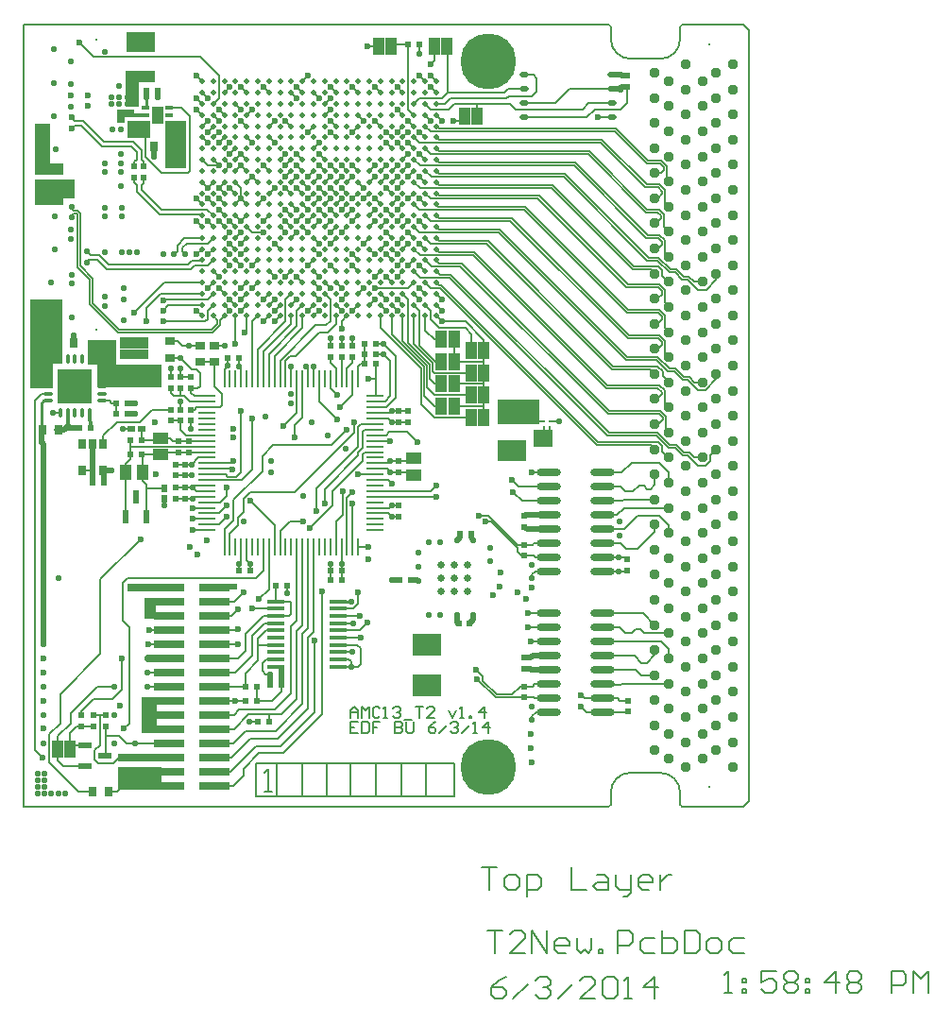
<source format=gtl>
%FSLAX44Y44*%
%MOMM*%
G71*
G01*
G75*
G04 Layer_Physical_Order=1*
G04 Layer_Color=255*
%ADD10O,2.2000X0.6000*%
%ADD11R,0.6000X0.6000*%
%ADD12R,0.6000X0.5000*%
%ADD13R,2.7940X0.7366*%
%ADD14R,0.6000X1.2000*%
%ADD15R,1.6500X0.3000*%
%ADD16R,2.6000X1.1000*%
%ADD17R,1.0000X1.5000*%
%ADD18R,0.6000X0.6000*%
%ADD19R,0.5000X0.6000*%
%ADD20R,0.8000X0.9000*%
%ADD21R,1.0000X1.6000*%
%ADD22R,0.7000X0.3000*%
%ADD23R,1.2000X0.6000*%
%ADD24R,0.9000X0.7000*%
%ADD25R,0.7000X0.9000*%
%ADD26R,0.6500X0.9000*%
%ADD27R,1.1000X1.4000*%
%ADD28R,0.7000X0.6000*%
%ADD29R,1.4000X1.1000*%
%ADD30R,0.6000X0.7000*%
%ADD31O,0.8000X0.5000*%
%ADD32O,0.3500X0.9500*%
%ADD33O,0.9500X0.3500*%
%ADD34R,3.1500X3.1500*%
%ADD35C,0.2700*%
%ADD36O,0.2500X1.5500*%
%ADD37O,1.5500X0.2500*%
%ADD38C,0.5000*%
%ADD39C,0.1270*%
%ADD40C,0.5080*%
%ADD41C,0.6350*%
%ADD42C,0.2540*%
%ADD43C,0.1778*%
%ADD44C,0.2032*%
%ADD45C,0.3048*%
%ADD46C,0.1524*%
%ADD47R,0.9000X0.6000*%
%ADD48R,1.4000X3.3000*%
%ADD49R,1.1000X1.9000*%
%ADD50R,2.5400X0.6350*%
%ADD51R,0.6000X1.6250*%
%ADD52R,3.9250X2.0000*%
%ADD53R,4.0250X0.7250*%
%ADD54R,2.0000X1.5000*%
%ADD55R,1.3750X0.3000*%
%ADD56R,0.9000X0.6500*%
%ADD57R,0.8000X1.2500*%
%ADD58R,1.9000X4.3000*%
%ADD59R,2.1500X2.2250*%
%ADD60R,3.0000X5.8750*%
%ADD61R,2.6000X0.9000*%
%ADD62R,2.5750X2.2750*%
%ADD63R,5.8500X2.1250*%
%ADD64R,3.6000X1.8000*%
%ADD65R,1.4000X3.8000*%
%ADD66R,1.3000X3.3000*%
%ADD67R,2.6000X0.9000*%
%ADD68R,2.6000X0.9000*%
%ADD69R,2.6000X1.0000*%
%ADD70R,2.6000X1.0000*%
%ADD71R,3.8000X2.2000*%
%ADD72R,1.8000X1.6000*%
%ADD73C,0.6000*%
%ADD74C,0.1270*%
%ADD75C,0.2000*%
%ADD76C,0.9500*%
%ADD77C,5.0000*%
%ADD78C,0.6600*%
%ADD79C,0.5588*%
D10*
X719000Y410550D02*
D03*
Y423250D02*
D03*
Y435950D02*
D03*
Y448650D02*
D03*
Y461350D02*
D03*
Y474050D02*
D03*
Y486750D02*
D03*
Y499450D02*
D03*
X671000Y410550D02*
D03*
Y423250D02*
D03*
Y435950D02*
D03*
Y448650D02*
D03*
Y461350D02*
D03*
Y474050D02*
D03*
Y486750D02*
D03*
Y499450D02*
D03*
X719000Y284550D02*
D03*
Y297250D02*
D03*
Y309950D02*
D03*
Y322650D02*
D03*
Y335350D02*
D03*
Y348050D02*
D03*
Y360750D02*
D03*
Y373450D02*
D03*
X671000Y284550D02*
D03*
Y297250D02*
D03*
Y309950D02*
D03*
Y322650D02*
D03*
Y335350D02*
D03*
Y348050D02*
D03*
Y360750D02*
D03*
Y373450D02*
D03*
D11*
X742000Y285350D02*
D03*
Y295350D02*
D03*
X741000Y422000D02*
D03*
Y412000D02*
D03*
X649000Y298000D02*
D03*
Y308000D02*
D03*
Y435000D02*
D03*
Y425000D02*
D03*
X252000Y282000D02*
D03*
Y272000D02*
D03*
X263000Y282000D02*
D03*
Y272000D02*
D03*
X274000Y272000D02*
D03*
Y282000D02*
D03*
X332000Y575000D02*
D03*
Y585000D02*
D03*
X332000Y556000D02*
D03*
Y546000D02*
D03*
X495000Y603000D02*
D03*
Y613000D02*
D03*
X485000Y603000D02*
D03*
Y613000D02*
D03*
X475000Y603000D02*
D03*
Y613000D02*
D03*
D12*
X590000Y364000D02*
D03*
X600000D02*
D03*
X591000Y445000D02*
D03*
X601000D02*
D03*
X306000Y516000D02*
D03*
X296000D02*
D03*
X431000Y309000D02*
D03*
X421000D02*
D03*
X310000Y842000D02*
D03*
X320000D02*
D03*
X272000Y490500D02*
D03*
X262000D02*
D03*
X403000Y412000D02*
D03*
X393000D02*
D03*
X383000Y602000D02*
D03*
X393000D02*
D03*
X260000Y540000D02*
D03*
X250000D02*
D03*
X475000Y412000D02*
D03*
X485000D02*
D03*
X475000Y403000D02*
D03*
X485000D02*
D03*
X537000D02*
D03*
X547000D02*
D03*
D13*
X330360Y307900D02*
D03*
Y384100D02*
D03*
X371000D02*
D03*
X330360Y371400D02*
D03*
X371000D02*
D03*
X330360Y358700D02*
D03*
X371000D02*
D03*
X330360Y346000D02*
D03*
X371000D02*
D03*
X330360Y333300D02*
D03*
X371000D02*
D03*
X330360Y320600D02*
D03*
X371000D02*
D03*
Y307900D02*
D03*
X330360Y219000D02*
D03*
Y295200D02*
D03*
X371000D02*
D03*
X330360Y282500D02*
D03*
X371000D02*
D03*
X330360Y269800D02*
D03*
X371000D02*
D03*
X330360Y257100D02*
D03*
X371000D02*
D03*
X330360Y244400D02*
D03*
X371000D02*
D03*
X330360Y231700D02*
D03*
X371000D02*
D03*
Y219000D02*
D03*
Y396800D02*
D03*
X330360D02*
D03*
D14*
X291500Y460000D02*
D03*
X310500D02*
D03*
X301000Y478000D02*
D03*
D15*
X426250Y384250D02*
D03*
Y377750D02*
D03*
Y371250D02*
D03*
Y364750D02*
D03*
Y358250D02*
D03*
Y351750D02*
D03*
Y345250D02*
D03*
Y338750D02*
D03*
Y332250D02*
D03*
Y325750D02*
D03*
X481750Y384250D02*
D03*
Y377750D02*
D03*
Y371250D02*
D03*
Y364750D02*
D03*
Y358250D02*
D03*
Y351750D02*
D03*
Y345250D02*
D03*
Y338750D02*
D03*
Y332250D02*
D03*
Y325750D02*
D03*
D16*
X299000Y615500D02*
D03*
Y588500D02*
D03*
X305000Y881500D02*
D03*
Y854500D02*
D03*
X562000Y313500D02*
D03*
Y340500D02*
D03*
X223000Y744500D02*
D03*
Y771500D02*
D03*
X638000Y523500D02*
D03*
Y550500D02*
D03*
D17*
X230250Y252000D02*
D03*
X241750D02*
D03*
X529750Y882000D02*
D03*
X518250D02*
D03*
X579750D02*
D03*
X568250D02*
D03*
X606750Y819000D02*
D03*
X595250D02*
D03*
X601250Y569000D02*
D03*
X612750D02*
D03*
Y589000D02*
D03*
X601250D02*
D03*
X612750Y609000D02*
D03*
X601250D02*
D03*
X612750Y549000D02*
D03*
X601250D02*
D03*
X574250Y619000D02*
D03*
X585750D02*
D03*
X574250Y599000D02*
D03*
X585750D02*
D03*
X574250Y579000D02*
D03*
X585750D02*
D03*
Y559000D02*
D03*
X574250D02*
D03*
D18*
X426000Y398000D02*
D03*
X436000D02*
D03*
X399000Y295000D02*
D03*
X409000D02*
D03*
X399000Y308000D02*
D03*
X409000D02*
D03*
X410000Y276000D02*
D03*
X420000D02*
D03*
X296000Y529000D02*
D03*
X306000D02*
D03*
X506000Y597000D02*
D03*
X516000D02*
D03*
X506000Y606000D02*
D03*
X516000D02*
D03*
X506000Y615000D02*
D03*
X516000D02*
D03*
X555000Y883000D02*
D03*
X545000D02*
D03*
X293000Y552000D02*
D03*
X283000D02*
D03*
X293000Y562000D02*
D03*
X283000D02*
D03*
D19*
X299000Y774000D02*
D03*
Y764000D02*
D03*
X308000Y774000D02*
D03*
Y764000D02*
D03*
X297000Y812000D02*
D03*
Y822000D02*
D03*
X350000Y546000D02*
D03*
Y556000D02*
D03*
X341000Y585000D02*
D03*
Y575000D02*
D03*
X350000Y585000D02*
D03*
Y575000D02*
D03*
X341000Y556000D02*
D03*
Y546000D02*
D03*
X339000Y518000D02*
D03*
Y528000D02*
D03*
X348000Y518000D02*
D03*
Y528000D02*
D03*
X536000Y470000D02*
D03*
Y460000D02*
D03*
X336000Y476000D02*
D03*
Y486000D02*
D03*
X536000Y510000D02*
D03*
Y500000D02*
D03*
X345000Y476000D02*
D03*
Y486000D02*
D03*
X741000Y845000D02*
D03*
Y855000D02*
D03*
X649000Y334000D02*
D03*
Y324000D02*
D03*
X345000Y497000D02*
D03*
Y507000D02*
D03*
X336000Y497000D02*
D03*
Y507000D02*
D03*
X536000Y545000D02*
D03*
Y555000D02*
D03*
X545000Y545000D02*
D03*
Y555000D02*
D03*
X649000Y461000D02*
D03*
Y451000D02*
D03*
D20*
X331000Y792000D02*
D03*
X317000D02*
D03*
X231000Y538000D02*
D03*
X217000D02*
D03*
X245000Y616000D02*
D03*
X231000D02*
D03*
D21*
X320000Y820000D02*
D03*
D22*
X309500Y813500D02*
D03*
Y820000D02*
D03*
Y826500D02*
D03*
X330500D02*
D03*
Y820000D02*
D03*
Y813500D02*
D03*
D23*
X273000Y246000D02*
D03*
X255000Y236500D02*
D03*
Y255500D02*
D03*
D24*
X358000Y598500D02*
D03*
Y613500D02*
D03*
X371000Y598500D02*
D03*
Y613500D02*
D03*
X331000Y602500D02*
D03*
Y617500D02*
D03*
D25*
X261500Y214000D02*
D03*
X276500D02*
D03*
D26*
X271500Y525500D02*
D03*
X262000D02*
D03*
X252500D02*
D03*
Y501500D02*
D03*
X271500D02*
D03*
D27*
X306500Y500000D02*
D03*
X291500D02*
D03*
D28*
X296500Y539000D02*
D03*
X305500D02*
D03*
D29*
X323000Y515500D02*
D03*
Y530500D02*
D03*
X550000Y512500D02*
D03*
Y497500D02*
D03*
D30*
X326000Y476500D02*
D03*
Y485500D02*
D03*
D31*
X648500Y817950D02*
D03*
Y830650D02*
D03*
Y843350D02*
D03*
Y856050D02*
D03*
X727500D02*
D03*
Y843350D02*
D03*
Y830650D02*
D03*
Y817950D02*
D03*
D32*
X259000Y601250D02*
D03*
X252500D02*
D03*
X246000D02*
D03*
X239500D02*
D03*
X233000D02*
D03*
Y552750D02*
D03*
X239500D02*
D03*
X246000D02*
D03*
X252500D02*
D03*
X259000D02*
D03*
D33*
X221750Y590000D02*
D03*
Y583500D02*
D03*
Y577000D02*
D03*
Y570500D02*
D03*
Y564000D02*
D03*
X270250D02*
D03*
Y570500D02*
D03*
Y577000D02*
D03*
Y583500D02*
D03*
Y590000D02*
D03*
D34*
X246000Y577000D02*
D03*
D35*
X666500Y540500D02*
D03*
Y545500D02*
D03*
X671500Y540500D02*
D03*
Y545500D02*
D03*
D36*
X500000Y432750D02*
D03*
X495000D02*
D03*
X490000D02*
D03*
X485000D02*
D03*
X480000D02*
D03*
X475000D02*
D03*
X470000D02*
D03*
X465000D02*
D03*
X460000D02*
D03*
X455000D02*
D03*
X450000D02*
D03*
X445000D02*
D03*
X440000D02*
D03*
X435000D02*
D03*
X430000D02*
D03*
X425000D02*
D03*
X420000D02*
D03*
X415000D02*
D03*
X410000D02*
D03*
X405000D02*
D03*
X400000D02*
D03*
X395000D02*
D03*
X390000D02*
D03*
X385000D02*
D03*
X380000D02*
D03*
Y583250D02*
D03*
X385000D02*
D03*
X390000D02*
D03*
X395000D02*
D03*
X400000D02*
D03*
X405000D02*
D03*
X410000D02*
D03*
X415000D02*
D03*
X420000D02*
D03*
X425000D02*
D03*
X430000D02*
D03*
X435000D02*
D03*
X440000D02*
D03*
X445000D02*
D03*
X450000D02*
D03*
X455000D02*
D03*
X460000D02*
D03*
X465000D02*
D03*
X470000D02*
D03*
X475000D02*
D03*
X480000D02*
D03*
X485000D02*
D03*
X490000D02*
D03*
X495000D02*
D03*
X500000D02*
D03*
D37*
X364750Y448000D02*
D03*
Y453000D02*
D03*
Y458000D02*
D03*
Y463000D02*
D03*
Y468000D02*
D03*
Y473000D02*
D03*
Y478000D02*
D03*
Y483000D02*
D03*
Y488000D02*
D03*
Y493000D02*
D03*
Y498000D02*
D03*
Y503000D02*
D03*
Y508000D02*
D03*
Y513000D02*
D03*
Y518000D02*
D03*
Y523000D02*
D03*
Y528000D02*
D03*
Y533000D02*
D03*
Y538000D02*
D03*
Y543000D02*
D03*
Y548000D02*
D03*
Y553000D02*
D03*
Y558000D02*
D03*
Y563000D02*
D03*
Y568000D02*
D03*
X515250D02*
D03*
Y563000D02*
D03*
Y558000D02*
D03*
Y553000D02*
D03*
Y548000D02*
D03*
Y543000D02*
D03*
Y538000D02*
D03*
Y533000D02*
D03*
Y528000D02*
D03*
Y523000D02*
D03*
Y518000D02*
D03*
Y513000D02*
D03*
Y508000D02*
D03*
Y503000D02*
D03*
Y498000D02*
D03*
Y493000D02*
D03*
Y488000D02*
D03*
Y483000D02*
D03*
Y478000D02*
D03*
Y473000D02*
D03*
Y468000D02*
D03*
Y463000D02*
D03*
Y458000D02*
D03*
Y453000D02*
D03*
Y448000D02*
D03*
D38*
X570000Y850000D02*
D03*
Y840000D02*
D03*
Y830000D02*
D03*
Y820000D02*
D03*
Y810000D02*
D03*
Y800000D02*
D03*
Y790000D02*
D03*
Y780000D02*
D03*
Y770000D02*
D03*
Y760000D02*
D03*
Y750000D02*
D03*
Y740000D02*
D03*
Y730000D02*
D03*
Y720000D02*
D03*
Y710000D02*
D03*
Y700000D02*
D03*
Y690000D02*
D03*
Y680000D02*
D03*
Y670000D02*
D03*
Y660000D02*
D03*
Y650000D02*
D03*
Y640000D02*
D03*
X560000Y850000D02*
D03*
Y840000D02*
D03*
Y830000D02*
D03*
Y820000D02*
D03*
Y810000D02*
D03*
Y800000D02*
D03*
Y790000D02*
D03*
Y780000D02*
D03*
Y770000D02*
D03*
Y760000D02*
D03*
Y750000D02*
D03*
Y740000D02*
D03*
Y730000D02*
D03*
Y720000D02*
D03*
Y710000D02*
D03*
Y700000D02*
D03*
Y690000D02*
D03*
Y680000D02*
D03*
Y670000D02*
D03*
Y660000D02*
D03*
Y650000D02*
D03*
Y640000D02*
D03*
X550000Y850000D02*
D03*
Y840000D02*
D03*
Y830000D02*
D03*
Y820000D02*
D03*
Y810000D02*
D03*
Y800000D02*
D03*
Y790000D02*
D03*
Y780000D02*
D03*
Y770000D02*
D03*
Y760000D02*
D03*
Y750000D02*
D03*
Y740000D02*
D03*
Y730000D02*
D03*
Y720000D02*
D03*
Y710000D02*
D03*
Y700000D02*
D03*
Y690000D02*
D03*
Y680000D02*
D03*
Y670000D02*
D03*
Y660000D02*
D03*
Y650000D02*
D03*
Y640000D02*
D03*
X540000Y850000D02*
D03*
Y840000D02*
D03*
Y830000D02*
D03*
Y820000D02*
D03*
Y810000D02*
D03*
Y800000D02*
D03*
Y790000D02*
D03*
Y780000D02*
D03*
Y770000D02*
D03*
Y760000D02*
D03*
Y750000D02*
D03*
Y740000D02*
D03*
Y730000D02*
D03*
Y720000D02*
D03*
Y710000D02*
D03*
Y700000D02*
D03*
Y690000D02*
D03*
Y680000D02*
D03*
Y670000D02*
D03*
Y660000D02*
D03*
Y650000D02*
D03*
Y640000D02*
D03*
X530000Y850000D02*
D03*
Y840000D02*
D03*
Y830000D02*
D03*
Y820000D02*
D03*
Y810000D02*
D03*
Y800000D02*
D03*
Y790000D02*
D03*
Y780000D02*
D03*
Y770000D02*
D03*
Y760000D02*
D03*
Y750000D02*
D03*
Y740000D02*
D03*
Y730000D02*
D03*
Y720000D02*
D03*
Y710000D02*
D03*
Y700000D02*
D03*
Y690000D02*
D03*
Y680000D02*
D03*
Y670000D02*
D03*
Y660000D02*
D03*
Y650000D02*
D03*
Y640000D02*
D03*
X520000Y850000D02*
D03*
Y840000D02*
D03*
Y830000D02*
D03*
Y820000D02*
D03*
Y810000D02*
D03*
Y800000D02*
D03*
Y790000D02*
D03*
Y780000D02*
D03*
Y770000D02*
D03*
Y760000D02*
D03*
Y750000D02*
D03*
Y740000D02*
D03*
Y730000D02*
D03*
Y720000D02*
D03*
Y710000D02*
D03*
Y700000D02*
D03*
Y690000D02*
D03*
Y680000D02*
D03*
Y670000D02*
D03*
Y660000D02*
D03*
Y650000D02*
D03*
Y640000D02*
D03*
X510000Y850000D02*
D03*
Y840000D02*
D03*
Y830000D02*
D03*
Y820000D02*
D03*
Y810000D02*
D03*
Y800000D02*
D03*
Y790000D02*
D03*
Y780000D02*
D03*
Y770000D02*
D03*
Y760000D02*
D03*
Y750000D02*
D03*
Y740000D02*
D03*
Y730000D02*
D03*
Y720000D02*
D03*
Y710000D02*
D03*
Y700000D02*
D03*
Y690000D02*
D03*
Y680000D02*
D03*
Y670000D02*
D03*
Y660000D02*
D03*
Y650000D02*
D03*
Y640000D02*
D03*
X500000Y850000D02*
D03*
Y840000D02*
D03*
Y830000D02*
D03*
Y820000D02*
D03*
Y810000D02*
D03*
Y800000D02*
D03*
Y790000D02*
D03*
Y780000D02*
D03*
Y770000D02*
D03*
Y760000D02*
D03*
Y750000D02*
D03*
Y740000D02*
D03*
Y730000D02*
D03*
Y720000D02*
D03*
Y710000D02*
D03*
Y700000D02*
D03*
Y690000D02*
D03*
Y680000D02*
D03*
Y670000D02*
D03*
Y660000D02*
D03*
Y650000D02*
D03*
Y640000D02*
D03*
X490000Y850000D02*
D03*
Y840000D02*
D03*
Y830000D02*
D03*
Y820000D02*
D03*
Y810000D02*
D03*
Y800000D02*
D03*
Y790000D02*
D03*
Y780000D02*
D03*
Y770000D02*
D03*
Y760000D02*
D03*
Y750000D02*
D03*
Y740000D02*
D03*
Y730000D02*
D03*
Y720000D02*
D03*
Y710000D02*
D03*
Y700000D02*
D03*
Y690000D02*
D03*
Y680000D02*
D03*
Y670000D02*
D03*
Y660000D02*
D03*
Y650000D02*
D03*
Y640000D02*
D03*
X480000Y850000D02*
D03*
Y840000D02*
D03*
Y830000D02*
D03*
Y820000D02*
D03*
Y810000D02*
D03*
Y800000D02*
D03*
Y790000D02*
D03*
Y780000D02*
D03*
Y770000D02*
D03*
Y760000D02*
D03*
Y750000D02*
D03*
Y740000D02*
D03*
Y730000D02*
D03*
Y720000D02*
D03*
Y710000D02*
D03*
Y700000D02*
D03*
Y690000D02*
D03*
Y680000D02*
D03*
Y670000D02*
D03*
Y660000D02*
D03*
Y650000D02*
D03*
Y640000D02*
D03*
X470000Y850000D02*
D03*
Y840000D02*
D03*
Y830000D02*
D03*
Y820000D02*
D03*
Y810000D02*
D03*
Y800000D02*
D03*
Y790000D02*
D03*
Y780000D02*
D03*
Y770000D02*
D03*
Y760000D02*
D03*
Y750000D02*
D03*
Y740000D02*
D03*
Y730000D02*
D03*
Y720000D02*
D03*
Y710000D02*
D03*
Y700000D02*
D03*
Y690000D02*
D03*
Y680000D02*
D03*
Y670000D02*
D03*
Y660000D02*
D03*
Y650000D02*
D03*
Y640000D02*
D03*
X460000Y850000D02*
D03*
Y840000D02*
D03*
Y830000D02*
D03*
Y820000D02*
D03*
Y810000D02*
D03*
Y800000D02*
D03*
Y790000D02*
D03*
Y780000D02*
D03*
Y770000D02*
D03*
Y760000D02*
D03*
Y750000D02*
D03*
Y740000D02*
D03*
Y730000D02*
D03*
Y720000D02*
D03*
Y710000D02*
D03*
Y700000D02*
D03*
Y690000D02*
D03*
Y680000D02*
D03*
Y670000D02*
D03*
Y660000D02*
D03*
Y650000D02*
D03*
Y640000D02*
D03*
X450000Y850000D02*
D03*
Y840000D02*
D03*
Y830000D02*
D03*
Y820000D02*
D03*
Y810000D02*
D03*
Y800000D02*
D03*
Y790000D02*
D03*
Y780000D02*
D03*
Y770000D02*
D03*
Y760000D02*
D03*
Y750000D02*
D03*
Y740000D02*
D03*
Y730000D02*
D03*
Y720000D02*
D03*
Y710000D02*
D03*
Y700000D02*
D03*
Y690000D02*
D03*
Y680000D02*
D03*
Y670000D02*
D03*
Y660000D02*
D03*
Y650000D02*
D03*
Y640000D02*
D03*
X440000Y850000D02*
D03*
Y840000D02*
D03*
Y830000D02*
D03*
Y820000D02*
D03*
Y810000D02*
D03*
Y800000D02*
D03*
Y790000D02*
D03*
Y780000D02*
D03*
Y770000D02*
D03*
Y760000D02*
D03*
Y750000D02*
D03*
Y740000D02*
D03*
Y730000D02*
D03*
Y720000D02*
D03*
Y710000D02*
D03*
Y700000D02*
D03*
Y690000D02*
D03*
Y680000D02*
D03*
Y670000D02*
D03*
Y660000D02*
D03*
Y650000D02*
D03*
Y640000D02*
D03*
X430000Y850000D02*
D03*
Y840000D02*
D03*
Y830000D02*
D03*
Y820000D02*
D03*
Y810000D02*
D03*
Y800000D02*
D03*
Y790000D02*
D03*
Y780000D02*
D03*
Y770000D02*
D03*
Y760000D02*
D03*
Y750000D02*
D03*
Y740000D02*
D03*
Y730000D02*
D03*
Y720000D02*
D03*
Y710000D02*
D03*
Y700000D02*
D03*
Y690000D02*
D03*
Y680000D02*
D03*
Y670000D02*
D03*
Y660000D02*
D03*
Y650000D02*
D03*
Y640000D02*
D03*
X420000Y850000D02*
D03*
Y840000D02*
D03*
Y830000D02*
D03*
Y820000D02*
D03*
Y810000D02*
D03*
Y800000D02*
D03*
Y790000D02*
D03*
Y780000D02*
D03*
Y770000D02*
D03*
Y760000D02*
D03*
Y750000D02*
D03*
Y740000D02*
D03*
Y730000D02*
D03*
Y720000D02*
D03*
Y710000D02*
D03*
Y700000D02*
D03*
Y690000D02*
D03*
Y680000D02*
D03*
Y670000D02*
D03*
Y660000D02*
D03*
Y650000D02*
D03*
Y640000D02*
D03*
X410000Y850000D02*
D03*
Y840000D02*
D03*
Y830000D02*
D03*
Y820000D02*
D03*
Y810000D02*
D03*
Y800000D02*
D03*
Y790000D02*
D03*
Y780000D02*
D03*
Y770000D02*
D03*
Y760000D02*
D03*
Y750000D02*
D03*
Y740000D02*
D03*
Y730000D02*
D03*
Y720000D02*
D03*
Y710000D02*
D03*
Y700000D02*
D03*
Y690000D02*
D03*
Y680000D02*
D03*
Y670000D02*
D03*
Y660000D02*
D03*
Y650000D02*
D03*
Y640000D02*
D03*
X400000Y850000D02*
D03*
Y840000D02*
D03*
Y830000D02*
D03*
Y820000D02*
D03*
Y810000D02*
D03*
Y800000D02*
D03*
Y790000D02*
D03*
Y780000D02*
D03*
Y770000D02*
D03*
Y760000D02*
D03*
Y750000D02*
D03*
Y740000D02*
D03*
Y730000D02*
D03*
Y720000D02*
D03*
Y710000D02*
D03*
Y700000D02*
D03*
Y690000D02*
D03*
Y680000D02*
D03*
Y670000D02*
D03*
Y660000D02*
D03*
Y650000D02*
D03*
Y640000D02*
D03*
X390000Y850000D02*
D03*
Y840000D02*
D03*
Y830000D02*
D03*
Y820000D02*
D03*
Y810000D02*
D03*
Y800000D02*
D03*
Y790000D02*
D03*
Y780000D02*
D03*
Y770000D02*
D03*
Y760000D02*
D03*
Y750000D02*
D03*
Y740000D02*
D03*
Y730000D02*
D03*
Y720000D02*
D03*
Y710000D02*
D03*
Y700000D02*
D03*
Y690000D02*
D03*
Y680000D02*
D03*
Y670000D02*
D03*
Y660000D02*
D03*
Y650000D02*
D03*
Y640000D02*
D03*
X380000Y850000D02*
D03*
Y840000D02*
D03*
Y830000D02*
D03*
Y820000D02*
D03*
Y810000D02*
D03*
Y800000D02*
D03*
Y790000D02*
D03*
Y780000D02*
D03*
Y770000D02*
D03*
Y760000D02*
D03*
Y750000D02*
D03*
Y740000D02*
D03*
Y730000D02*
D03*
Y720000D02*
D03*
Y710000D02*
D03*
Y700000D02*
D03*
Y690000D02*
D03*
Y680000D02*
D03*
Y670000D02*
D03*
Y660000D02*
D03*
Y650000D02*
D03*
Y640000D02*
D03*
X370000Y850000D02*
D03*
Y840000D02*
D03*
Y830000D02*
D03*
Y820000D02*
D03*
Y810000D02*
D03*
Y800000D02*
D03*
Y790000D02*
D03*
Y780000D02*
D03*
Y770000D02*
D03*
Y760000D02*
D03*
Y750000D02*
D03*
Y740000D02*
D03*
Y730000D02*
D03*
Y720000D02*
D03*
Y710000D02*
D03*
Y700000D02*
D03*
Y690000D02*
D03*
Y680000D02*
D03*
Y670000D02*
D03*
Y660000D02*
D03*
Y650000D02*
D03*
Y640000D02*
D03*
X360000Y850000D02*
D03*
Y840000D02*
D03*
Y830000D02*
D03*
Y820000D02*
D03*
Y810000D02*
D03*
Y800000D02*
D03*
Y790000D02*
D03*
Y780000D02*
D03*
Y770000D02*
D03*
Y760000D02*
D03*
Y750000D02*
D03*
Y740000D02*
D03*
Y730000D02*
D03*
Y720000D02*
D03*
Y710000D02*
D03*
Y700000D02*
D03*
Y690000D02*
D03*
Y680000D02*
D03*
Y670000D02*
D03*
Y660000D02*
D03*
Y650000D02*
D03*
Y640000D02*
D03*
D39*
X411000Y386000D02*
X420000Y395000D01*
Y432750D01*
X295000Y275000D02*
Y361000D01*
X289000Y367000D02*
X295000Y361000D01*
X289000Y367000D02*
Y401000D01*
X293000Y405000D01*
X408000D01*
X415000Y412000D01*
Y432750D01*
X475000Y575000D02*
X481000Y569000D01*
X475000Y575000D02*
Y583250D01*
X480000Y456000D02*
X486000Y462000D01*
X480000Y432750D02*
Y456000D01*
X486000Y462000D02*
Y483000D01*
X443000Y482000D02*
X496000Y535000D01*
Y545000D01*
X500000Y540250D02*
X502750Y543000D01*
X500000Y523000D02*
Y540250D01*
X462500Y485500D02*
X500000Y523000D01*
X504000Y522000D02*
Y536000D01*
X500000Y518000D02*
X504000Y522000D01*
Y536000D02*
X506000Y538000D01*
X500000Y515000D02*
Y518000D01*
X470000Y485000D02*
X500000Y515000D01*
X504000Y516000D02*
X506000Y518000D01*
X504000Y510000D02*
Y516000D01*
X477000Y483000D02*
X504000Y510000D01*
X462500Y465250D02*
Y485500D01*
X506000Y538000D02*
X515250D01*
X506000Y518000D02*
X515250D01*
X312300Y358700D02*
X330360D01*
X312000Y346000D02*
X330360D01*
X330060Y359000D02*
X330360Y358700D01*
X330260Y308000D02*
X330360Y307900D01*
X455000Y685000D02*
X460000Y690000D01*
X444947Y674947D02*
X449947Y669948D01*
X371000Y384100D02*
X389180D01*
X397510Y392430D01*
X405000Y583250D02*
X405000Y583250D01*
Y635000D01*
X410000Y640000D01*
X274000Y264000D02*
X285750D01*
X274000D02*
Y272000D01*
Y247000D02*
Y264000D01*
X285750D02*
X292750Y257000D01*
X268500Y282000D02*
X274000D01*
X263000D02*
X268500D01*
X268513Y281987D01*
Y255263D02*
Y281987D01*
X273000Y246000D02*
X274000Y247000D01*
X274000Y282000D02*
X274000Y282000D01*
X263000Y297000D02*
X280000D01*
X252000Y286000D02*
X263000Y297000D01*
X252000Y282000D02*
Y286000D01*
Y272000D02*
X263000D01*
X247750D02*
X252000D01*
X241750Y252000D02*
Y266000D01*
X247750Y272000D01*
X285500Y244500D02*
X290000D01*
X280250Y239250D02*
X285500Y244500D01*
X266750Y239250D02*
X280250D01*
X263750Y242250D02*
X266750Y239250D01*
X263750Y242250D02*
Y250500D01*
X268513Y255263D01*
X230250Y242000D02*
Y252000D01*
Y242000D02*
X235750Y236500D01*
X255000D01*
X241750Y255500D02*
X255000D01*
X241750Y252000D02*
Y255500D01*
X292750Y257000D02*
X300000D01*
X390000Y295200D02*
X398800D01*
X399000Y295000D01*
X309000Y783000D02*
Y803000D01*
Y783000D02*
X324000Y768000D01*
X347000D01*
X349000Y770000D01*
Y819000D01*
X341500Y826500D02*
X349000Y819000D01*
X330500Y826500D02*
X341500D01*
X501250Y358250D02*
X508000Y365000D01*
X481750Y358250D02*
X501250D01*
X481750Y364750D02*
X495250D01*
X481750Y325750D02*
X493750D01*
X481750Y338750D02*
X494750D01*
X405250Y377750D02*
X426250D01*
X426000Y384200D02*
X426100Y384100D01*
X426000Y384200D02*
Y398000D01*
X438750Y384250D02*
X440000Y383000D01*
X426250Y384250D02*
X438750D01*
X440000Y373000D02*
Y383000D01*
X438250Y371250D02*
X440000Y373000D01*
X426250Y371250D02*
X438250D01*
X269000Y404000D02*
X305000Y440000D01*
X269000Y337000D02*
Y404000D01*
X284000Y214000D02*
X289000Y219000D01*
X276500Y214000D02*
X284000D01*
X216500Y570500D02*
X221750D01*
X481750Y332250D02*
X482000Y332000D01*
X481750Y351750D02*
X501750D01*
X502000Y352000D01*
X481750Y377750D02*
X495750D01*
X500000Y382000D01*
Y392000D01*
X263000Y872000D02*
X358000D01*
X375000Y855000D01*
Y835000D02*
Y855000D01*
X370000Y830000D02*
X375000Y835000D01*
X371000Y346000D02*
X392000D01*
X371000Y358700D02*
X391700D01*
X392000Y359000D01*
X386400Y371400D02*
X392000Y377000D01*
X371000Y371400D02*
X386400D01*
X415000Y635000D02*
X420000Y640000D01*
X425000Y635000D02*
X430000Y640000D01*
X425000Y645000D02*
X430000Y650000D01*
X415000Y655000D02*
X420000Y660000D01*
X470000Y472000D02*
Y485000D01*
X457000Y450000D02*
X477000Y470000D01*
Y483000D01*
X300000Y257000D02*
X300100Y257100D01*
X238750Y252000D02*
X238750Y252000D01*
X300100Y257100D02*
X330360D01*
X502750Y543000D02*
X515250D01*
X436000Y391250D02*
Y398000D01*
X402500Y276000D02*
X410000D01*
X426250Y371250D02*
X426250Y371250D01*
X415000Y371250D02*
X426250D01*
X416000Y364750D02*
X426250D01*
X425800Y358700D02*
X426250Y358250D01*
X426100Y384100D02*
X426250Y384250D01*
X360000Y840000D02*
X365000Y835000D01*
X390000Y830000D02*
X395000Y825000D01*
X420000Y800000D02*
X425000Y795000D01*
X568250Y869250D02*
Y882000D01*
X565000Y866000D02*
X568250Y869250D01*
X591250Y815000D02*
X595250Y819000D01*
X585000Y815000D02*
X591250D01*
X495000Y598000D02*
Y603000D01*
X490000Y593000D02*
X495000Y598000D01*
X490000Y583250D02*
Y593000D01*
X485000Y603000D02*
X485000Y603000D01*
X485000Y583250D02*
Y603000D01*
X475000Y598000D02*
Y603000D01*
Y598000D02*
X480000Y593000D01*
Y583250D02*
Y593000D01*
X495000Y613000D02*
Y620000D01*
X485000Y613000D02*
Y620000D01*
X475000Y613000D02*
Y620000D01*
X480000Y432750D02*
X480000Y432750D01*
X490000Y477000D02*
X495000Y482000D01*
X490000Y432750D02*
Y477000D01*
X495000Y432750D02*
Y472000D01*
X500000Y432750D02*
X508750D01*
X515000Y665000D02*
X545000D01*
X550000Y670000D01*
X500000Y660000D02*
X505000Y665000D01*
X510000Y650000D02*
X515000Y655000D01*
X520000Y650000D02*
X525000Y645000D01*
X527000Y493000D02*
X530000Y490000D01*
X515250Y493000D02*
X527000D01*
X515250Y478000D02*
X570000D01*
X570000Y478000D01*
X520000Y660000D02*
X525000Y655000D01*
X550000Y660000D02*
X555000Y655000D01*
X530000Y650000D02*
X535000Y645000D01*
Y655000D02*
X540000Y650000D01*
X515250Y483000D02*
X565000D01*
X570000Y488000D01*
Y650000D02*
X575000Y645000D01*
X403000Y482000D02*
X443000D01*
X397000Y476000D02*
X403000Y482000D01*
X397000Y464000D02*
Y476000D01*
X392000Y459000D02*
X397000Y464000D01*
X392000Y452000D02*
Y459000D01*
X385000Y445000D02*
X392000Y452000D01*
X385000Y432750D02*
Y445000D01*
X476000Y524000D02*
X490000Y538000D01*
X424000Y524000D02*
X476000D01*
X414000Y514000D02*
X424000Y524000D01*
X414000Y501000D02*
Y514000D01*
X388000Y475000D02*
X414000Y501000D01*
X388000Y457000D02*
Y475000D01*
X380000Y449000D02*
X388000Y457000D01*
X380000Y432750D02*
Y449000D01*
X508000Y882000D02*
X518250D01*
X352000Y448000D02*
X364750D01*
X375000Y453000D02*
X382000Y460000D01*
X364750Y453000D02*
X375000D01*
X390000Y615000D02*
X390000Y615000D01*
X390000Y615000D02*
Y640000D01*
X375000Y463000D02*
X382000Y470000D01*
X364750Y463000D02*
X375000D01*
X352000Y458000D02*
X364750D01*
X352000Y468000D02*
X364750D01*
X382000Y479000D02*
Y486000D01*
X376000Y473000D02*
X382000Y479000D01*
X364750Y473000D02*
X376000D01*
X715050Y817950D02*
X727500D01*
X405000Y502000D02*
Y548000D01*
X396000Y493000D02*
X405000Y502000D01*
X395000Y500000D02*
Y555000D01*
X391000Y496000D02*
X395000Y500000D01*
X364750Y493000D02*
X396000D01*
X383000Y496000D02*
X391000D01*
X381000Y498000D02*
X383000Y496000D01*
X364750Y498000D02*
X381000D01*
X565000Y845000D02*
X570000Y840000D01*
X395000Y665000D02*
X400000Y670000D01*
X385000Y655000D02*
X390000Y650000D01*
X395000Y655000D02*
X400000Y660000D01*
X375000Y665000D02*
X380000Y660000D01*
X612500Y599000D02*
X612750Y599250D01*
Y609000D01*
Y589000D02*
Y599250D01*
X585750Y599000D02*
X612500D01*
X612750Y579250D02*
Y589000D01*
Y569000D02*
Y579250D01*
X612500Y579000D02*
X612750Y579250D01*
X585750Y579000D02*
X612500D01*
X612250Y559000D02*
X612750Y558500D01*
Y569000D01*
Y549000D02*
Y558500D01*
X585750Y559000D02*
X612250D01*
X585750Y599000D02*
Y619000D01*
X568000Y549000D02*
X601250D01*
X556210Y560790D02*
X568000Y549000D01*
X556210Y560790D02*
Y593040D01*
X520000Y629250D02*
X556210Y593040D01*
X520000Y629250D02*
Y640000D01*
X558750Y568250D02*
Y594500D01*
X530000Y623250D02*
X558750Y594500D01*
X530000Y623250D02*
Y640000D01*
X561500Y575905D02*
Y595750D01*
X540000Y617250D02*
X561500Y595750D01*
X540000Y617250D02*
Y640000D01*
X564250Y583500D02*
Y596750D01*
X545000Y616000D02*
X564250Y596750D01*
X545000Y616000D02*
Y655000D01*
X567000Y590500D02*
Y597750D01*
X550000Y614750D02*
X567000Y597750D01*
X550000Y614750D02*
Y640000D01*
X569500Y599000D02*
X574250D01*
X555000Y613500D02*
X569500Y599000D01*
X555000Y613500D02*
Y645000D01*
X558750Y568250D02*
X568000Y559000D01*
X574250D01*
X568405Y569000D02*
X601250D01*
X561500Y575905D02*
X568405Y569000D01*
X540000Y660000D02*
X545000Y655000D01*
X564250Y583500D02*
X568750Y579000D01*
X574250D01*
X601000Y588750D02*
X601250Y589000D01*
X568750Y588750D02*
X601000D01*
X567000Y590500D02*
X568750Y588750D01*
X550000Y650000D02*
X555000Y645000D01*
X560000Y627000D02*
Y640000D01*
Y627000D02*
X568000Y619000D01*
X574250D01*
X560000Y650000D02*
X565000Y645000D01*
Y637000D02*
Y645000D01*
Y637000D02*
X573000Y629000D01*
X596000D01*
X601250Y623750D01*
Y609000D02*
Y623750D01*
X535000Y725000D02*
X540000Y730000D01*
X505000Y745000D02*
X510000Y750000D01*
Y730000D02*
X515000Y735000D01*
X545000Y745000D02*
X550000Y750000D01*
X713635Y524615D02*
X761885D01*
X766000Y520500D01*
X772668Y518832D02*
X778500Y513000D01*
X772668Y518832D02*
Y523244D01*
X768757Y527155D02*
X772668Y523244D01*
X714687Y527155D02*
X768757D01*
X574330Y667512D02*
X714687Y527155D01*
X573278Y664972D02*
X713635Y524615D01*
X565028Y664972D02*
X573278D01*
X572488Y667512D02*
X574330D01*
X801486Y513000D02*
X808500D01*
X796580Y517906D02*
X801486Y513000D01*
X815594Y515094D02*
X821000Y520500D01*
X815594Y509778D02*
Y515094D01*
X811784Y505968D02*
X815594Y509778D01*
X804926Y505968D02*
X811784D01*
X795528Y515366D02*
X804926Y505968D01*
X784098Y521970D02*
X790702Y515366D01*
X778256Y521970D02*
X784098D01*
X767334Y532892D02*
X778256Y521970D01*
X723646Y532892D02*
X767334D01*
X582133Y674405D02*
X723646Y532892D01*
X555595Y674405D02*
X582133D01*
X785150Y524510D02*
X791754Y517906D01*
X779308Y524510D02*
X785150D01*
X768386Y535432D02*
X779308Y524510D01*
X724698Y535432D02*
X768386D01*
X583185Y676945D02*
X724698Y535432D01*
X573055Y676945D02*
X583185D01*
X790702Y515366D02*
X795528D01*
X791754Y517906D02*
X796580D01*
X775462Y538538D02*
Y549946D01*
X770672Y554736D02*
X775462Y549946D01*
X724952Y554736D02*
X770672D01*
X592618Y687070D02*
X724952Y554736D01*
X572930Y687070D02*
X592618D01*
X769620Y552196D02*
X772922Y548894D01*
X723900Y552196D02*
X769620D01*
X591566Y684530D02*
X723900Y552196D01*
X565470Y684530D02*
X591566D01*
X775462Y538538D02*
X778500Y535500D01*
X766000Y543000D02*
X768806D01*
X772922Y547116D01*
Y548894D01*
X774700Y561800D02*
Y573060D01*
X769656Y578104D02*
X774700Y573060D01*
X723174Y578104D02*
X769656D01*
X604048Y697230D02*
X723174Y578104D01*
X572770Y697230D02*
X604048D01*
X768604Y575564D02*
X772160Y572008D01*
X722122Y575564D02*
X768604D01*
X602996Y694690D02*
X722122Y575564D01*
X555310Y694690D02*
X602996D01*
X774700Y561800D02*
X778500Y558000D01*
X766000Y565500D02*
X767938D01*
X772160Y569722D01*
Y572008D01*
X615188Y704850D02*
X727710Y592328D01*
X761672D01*
X766000Y588000D01*
X772922Y586078D02*
X778500Y580500D01*
X772922Y586078D02*
Y590490D01*
X768544Y594868D02*
X772922Y590490D01*
X728762Y594868D02*
X768544D01*
X616240Y707390D02*
X728762Y594868D01*
X741462Y603250D02*
X768132D01*
X778800Y592582D02*
X784388D01*
X768132Y603250D02*
X778800Y592582D01*
X777748Y590042D02*
X783336D01*
X767080Y600710D02*
X777748Y590042D01*
X740410Y600710D02*
X767080D01*
X627162Y717550D02*
X741462Y603250D01*
X626110Y715010D02*
X740410Y600710D01*
X565150Y704850D02*
X615188D01*
X572610Y707390D02*
X616240D01*
X801296Y580500D02*
X808500D01*
X796580Y585216D02*
X801296Y580500D01*
X821000Y583256D02*
Y588000D01*
X811530Y573786D02*
X821000Y583256D01*
X804418Y573786D02*
X811530D01*
X795528Y582676D02*
X804418Y573786D01*
X790702Y582676D02*
X795528D01*
X783336Y590042D02*
X790702Y582676D01*
X554990Y715010D02*
X626110D01*
X784388Y592582D02*
X791754Y585216D01*
X572450Y717550D02*
X627162D01*
X791754Y585216D02*
X796580D01*
X570000Y670000D02*
X572488Y667512D01*
X560000Y670000D02*
X565028Y664972D01*
X570000Y680000D02*
X573055Y676945D01*
X550000Y680000D02*
X555595Y674405D01*
X570000Y690000D02*
X572930Y687070D01*
X560000Y690000D02*
X565470Y684530D01*
X570000Y700000D02*
X572770Y697230D01*
X550000Y700000D02*
X555310Y694690D01*
X570000Y710000D02*
X572610Y707390D01*
X560000Y710000D02*
X565150Y704850D01*
X570000Y720000D02*
X572450Y717550D01*
X550000Y720000D02*
X554990Y715010D01*
X775208Y606292D02*
Y617510D01*
X770164Y622554D02*
X775208Y617510D01*
X742732Y622554D02*
X770164D01*
X637576Y727710D02*
X742732Y622554D01*
X572290Y727710D02*
X637576D01*
X741680Y620014D02*
X769112D01*
X636524Y725170D02*
X741680Y620014D01*
X564830Y725170D02*
X636524D01*
X775208Y606292D02*
X778500Y603000D01*
X766000Y610500D02*
X769250D01*
X772668Y613918D01*
Y616458D01*
X769112Y620014D02*
X772668Y616458D01*
X774700Y629300D02*
Y640624D01*
X770164Y645160D02*
X774700Y640624D01*
X742224Y645160D02*
X770164D01*
X649514Y737870D02*
X742224Y645160D01*
X572130Y737870D02*
X649514D01*
X741172Y642620D02*
X769112D01*
X648462Y735330D02*
X741172Y642620D01*
X554670Y735330D02*
X648462D01*
X774700Y629300D02*
X778500Y625500D01*
X766000Y633000D02*
X768382D01*
X772160Y636778D01*
Y639572D01*
X769112Y642620D02*
X772160Y639572D01*
X570000Y730000D02*
X572290Y727710D01*
X560000Y730000D02*
X564830Y725170D01*
X570000Y740000D02*
X572130Y737870D01*
X550000Y740000D02*
X554670Y735330D01*
X774700Y651800D02*
Y663484D01*
X770164Y668020D02*
X774700Y663484D01*
X741716Y668020D02*
X770164D01*
X661960Y747776D02*
X741716Y668020D01*
X572224Y747776D02*
X661960D01*
X769112Y665480D02*
X772160Y662432D01*
X740664Y665480D02*
X769112D01*
X660908Y745236D02*
X740664Y665480D01*
X564764Y745236D02*
X660908D01*
X774700Y651800D02*
X778500Y648000D01*
X766000Y655500D02*
X768530D01*
X772160Y659130D01*
Y662432D01*
X762010Y681990D02*
X766000Y678000D01*
X745998Y681990D02*
X762010D01*
X673354Y754634D02*
X745998Y681990D01*
X772668Y676332D02*
X778500Y670500D01*
X772668Y676332D02*
Y680744D01*
X768757Y684655D02*
X772668Y680744D01*
X746925Y684655D02*
X768757D01*
X674406Y757174D02*
X746925Y684655D01*
X760258Y692150D02*
X769402D01*
X780070Y681482D02*
X785404D01*
X769402Y692150D02*
X780070Y681482D01*
X779018Y678942D02*
X784352D01*
X768350Y689610D02*
X779018Y678942D01*
X759206Y689610D02*
X768350D01*
X685328Y767080D02*
X760258Y692150D01*
X684276Y764540D02*
X759206Y689610D01*
X555366Y754634D02*
X673354D01*
X572826Y757174D02*
X674406D01*
X796072Y675386D02*
X800958Y670500D01*
X808500D01*
X791500Y675386D02*
X796072D01*
X785404Y681482D02*
X791500Y675386D01*
X821000Y672410D02*
Y678000D01*
X812038Y663448D02*
X821000Y672410D01*
X804418Y663448D02*
X812038D01*
X795020Y672846D02*
X804418Y663448D01*
X790448Y672846D02*
X795020D01*
X572920Y767080D02*
X685328D01*
X565460Y764540D02*
X684276D01*
X784352Y678942D02*
X790448Y672846D01*
X579750Y882000D02*
X580000Y881750D01*
Y840000D02*
Y881750D01*
X606000Y830000D02*
X606750Y829250D01*
X606000Y830000D02*
X636000D01*
X585999D02*
X606000D01*
X606750Y819000D02*
Y829250D01*
X636000Y830000D02*
X641000Y825000D01*
X701000D01*
X580999D02*
X585999Y830000D01*
X565000Y825000D02*
X580999D01*
X635000Y837000D02*
X656000D01*
X578000Y830000D02*
X583000Y835000D01*
X570000Y830000D02*
X578000D01*
X583000Y835000D02*
X633000D01*
X635000Y837000D01*
X634350Y843350D02*
X648500D01*
X555000Y835000D02*
X575000D01*
X580000Y840000D01*
X631000D01*
X634350Y843350D01*
X570000Y750000D02*
X572224Y747776D01*
X560000Y750000D02*
X564764Y745236D01*
X572280Y807720D02*
X731048D01*
X759750Y779018D01*
X570000Y810000D02*
X572280Y807720D01*
X564820Y805180D02*
X729996D01*
X758698Y776478D01*
X572440Y797560D02*
X718602D01*
X758480Y757682D01*
X570000Y800000D02*
X572440Y797560D01*
X554980Y795020D02*
X717550D01*
X757428Y755142D01*
X572600Y787400D02*
X707390D01*
X759206Y735584D01*
X570000Y790000D02*
X572600Y787400D01*
X565140Y784860D02*
X706338D01*
X758154Y733044D01*
X572760Y777240D02*
X694944D01*
X759460Y712724D01*
X570000Y780000D02*
X572760Y777240D01*
X555300Y774700D02*
X693892D01*
X758408Y710184D01*
X570000Y760000D02*
X572826Y757174D01*
X570000Y770000D02*
X572920Y767080D01*
X550000Y760000D02*
X555366Y754634D01*
X560000Y770000D02*
X565460Y764540D01*
X741000Y831000D02*
Y845000D01*
X735000Y825000D02*
X741000Y831000D01*
X712000Y825000D02*
X735000D01*
X704950Y817950D02*
X712000Y825000D01*
X648500Y817950D02*
X704950D01*
X689350Y843350D02*
X727500D01*
X676650Y830650D02*
X689350Y843350D01*
X648500Y830650D02*
X676650D01*
X550000Y830000D02*
X555000Y835000D01*
X550000Y830000D02*
X550000D01*
X648500Y856050D02*
X656950D01*
X660000Y853000D01*
Y841000D02*
Y853000D01*
X656000Y837000D02*
X660000Y841000D01*
X706650Y830650D02*
X727500D01*
X701000Y825000D02*
X706650Y830650D01*
X560000Y830000D02*
X565000Y825000D01*
X758408Y710184D02*
X768858D01*
X759460Y712724D02*
X769910D01*
X758154Y733044D02*
X768604D01*
X759206Y735584D02*
X769656D01*
X774954Y696546D02*
Y707680D01*
X769910Y712724D02*
X774954Y707680D01*
Y696546D02*
X778500Y693000D01*
X766000Y700500D02*
X769080D01*
X772414Y703834D01*
Y706628D01*
X768858Y710184D02*
X772414Y706628D01*
X550000Y780000D02*
X555300Y774700D01*
X774446Y719554D02*
Y730794D01*
X769656Y735584D02*
X774446Y730794D01*
X768604Y733044D02*
X771906Y729742D01*
X774446Y719554D02*
X778500Y715500D01*
X766000Y723000D02*
X767450D01*
X771906Y727456D01*
Y729742D01*
X560000Y790000D02*
X565140Y784860D01*
X775208Y741292D02*
Y752638D01*
X770164Y757682D02*
X775208Y752638D01*
X758480Y757682D02*
X770164D01*
X757428Y755142D02*
X769112D01*
X775208Y741292D02*
X778500Y738000D01*
X766000Y745500D02*
X768868D01*
X772668Y749300D01*
Y751586D01*
X769112Y755142D02*
X772668Y751586D01*
X550000Y800000D02*
X554980Y795020D01*
X776732Y762268D02*
Y773974D01*
X771688Y779018D02*
X776732Y773974D01*
X759750Y779018D02*
X771688D01*
X758698Y776478D02*
X770636D01*
X776732Y762268D02*
X778500Y760500D01*
X766000Y768000D02*
X771556D01*
X774192Y770636D01*
Y772922D01*
X770636Y776478D02*
X774192Y772922D01*
X560000Y810000D02*
X564820Y805180D01*
X470000Y720000D02*
X475000Y725000D01*
X400000Y820000D02*
X405000Y825000D01*
X520000Y700000D02*
X525000Y705000D01*
X540000Y700000D02*
X545000Y705000D01*
X570000Y660000D02*
X575000Y655000D01*
X570000Y640000D02*
X575000Y635000D01*
X555000Y685000D02*
X560000Y680000D01*
X525000Y675000D02*
X530000Y670000D01*
X535000Y675000D02*
X540000Y680000D01*
X555000Y705000D02*
X560000Y700000D01*
X525000Y695000D02*
X530000Y690000D01*
X525000Y715000D02*
X530000Y710000D01*
X510000Y720000D02*
X515000Y725000D01*
X485000Y735000D02*
X490000Y740000D01*
X495000Y725000D02*
X500000Y730000D01*
X515000Y745000D02*
X520000Y740000D01*
X525000Y735000D02*
X530000Y730000D01*
X555000Y725000D02*
X560000Y720000D01*
X555000Y745000D02*
X560000Y740000D01*
X555000Y765000D02*
X560000Y760000D01*
X555000Y785000D02*
X560000Y780000D01*
X525000Y755000D02*
X530000Y750000D01*
X495000Y775000D02*
X500000Y770000D01*
X495000Y745000D02*
X500000Y750000D01*
X485000Y755000D02*
X490000Y750000D01*
X490000Y760000D02*
X495000Y765000D01*
X485000Y775000D02*
X490000Y770000D01*
X510000Y760000D02*
X515000Y765000D01*
X530000Y770000D02*
X535000Y775000D01*
X525000Y795000D02*
X530000Y790000D01*
X535000Y795000D02*
X540000Y790000D01*
X555000Y805000D02*
X560000Y800000D01*
X495000Y805000D02*
X500000Y810000D01*
X515000Y815000D02*
X520000Y810000D01*
X515000Y845000D02*
X520000Y840000D01*
X535000Y825000D02*
X540000Y820000D01*
X560000Y820000D02*
X565000Y815000D01*
X565000Y855000D02*
X570000Y850000D01*
X555000Y855000D02*
X560000Y850000D01*
X535000Y845000D02*
X540000Y840000D01*
X495000Y845000D02*
X500000Y840000D01*
X415000Y845000D02*
X420000Y840000D01*
X440000D02*
X445000Y835000D01*
X460000Y840000D02*
X465000Y835000D01*
X475000Y845000D02*
X480000Y840000D01*
X420000Y810000D02*
X425000Y815000D01*
X435000D02*
X440000Y810000D01*
X455000Y805000D02*
X460000Y810000D01*
X475000Y815000D02*
X480000Y810000D01*
X475000Y805000D02*
X480000Y800000D01*
X460000Y790000D02*
X465000Y795000D01*
X430000Y780000D02*
X435000Y785000D01*
Y775000D02*
X440000Y780000D01*
X445000Y785000D02*
X450000Y780000D01*
X465000Y785000D02*
X470000Y780000D01*
X415000Y775000D02*
X420000Y770000D01*
X435000Y765000D02*
X440000Y770000D01*
X445000Y775000D02*
X450000Y770000D01*
X455000Y765000D02*
X460000Y770000D01*
Y760000D02*
X465000Y765000D01*
X450000Y760000D02*
X455000Y755000D01*
X440000Y760000D02*
X445000Y765000D01*
Y755000D02*
X450000Y750000D01*
X455000Y745000D02*
X460000Y750000D01*
X465000Y755000D02*
X470000Y750000D01*
Y760000D02*
X475000Y765000D01*
X465000Y775000D02*
X470000Y770000D01*
X475000Y775000D02*
X480000Y770000D01*
X480000Y760000D02*
X485000Y765000D01*
X475000Y755000D02*
X480000Y750000D01*
X480000Y740000D02*
X485000Y745000D01*
X470000Y740000D02*
X475000Y745000D01*
X460000Y740000D02*
X465000Y745000D01*
X450000Y740000D02*
X455000Y735000D01*
X420000Y750000D02*
X425000Y755000D01*
X435000D02*
X440000Y750000D01*
X440000Y740000D02*
X445000Y735000D01*
X435000D02*
X440000Y730000D01*
X415000Y725000D02*
X420000Y730000D01*
X430000Y720000D02*
X435000Y715000D01*
X435000Y725000D02*
X440000Y720000D01*
Y710000D02*
X445000Y715000D01*
X460000Y710000D02*
X465000Y705000D01*
X450000Y720000D02*
X455000Y715000D01*
X460000Y720000D02*
X465000Y725000D01*
X445000Y725000D02*
X450000Y730000D01*
X455000Y725000D02*
X460000Y730000D01*
X485000Y715000D02*
X490000Y720000D01*
Y730000D02*
X495000Y735000D01*
X475000Y735000D02*
X480000Y730000D01*
X465000Y735000D02*
X470000Y730000D01*
X475000Y715000D02*
X480000Y720000D01*
X475000Y705000D02*
X480000Y710000D01*
X425000Y705000D02*
X430000Y700000D01*
X460000Y700000D02*
X465000Y695000D01*
X495000D02*
X500000Y690000D01*
X495000Y685000D02*
X500000Y680000D01*
X495000Y645000D02*
X500000Y650000D01*
X480000D02*
X485000Y645000D01*
X420000Y680000D02*
X425000Y675000D01*
X435000Y675000D02*
X440000Y680000D01*
X460000Y680000D02*
X465000Y675000D01*
X455000Y645000D02*
X460000Y650000D01*
X440000D02*
X445000Y655000D01*
X420000Y650000D02*
X425000Y655000D01*
X405000Y665000D02*
X410000Y670000D01*
X395000Y645000D02*
X400000Y650000D01*
X380000Y650000D02*
X385000Y645000D01*
X365000Y665000D02*
X370000Y670000D01*
Y680000D02*
X375000Y675000D01*
X355000Y695000D02*
X360000Y700000D01*
X365000Y695000D02*
X370000Y700000D01*
X380000Y690000D02*
X385000Y685000D01*
X395000Y695000D02*
X400000Y700000D01*
X405000Y685000D02*
X410000Y690000D01*
X390000D02*
X395000Y685000D01*
X380000Y700000D02*
X385000Y695000D01*
Y705000D02*
X390000Y700000D01*
X385000Y725000D02*
X390000Y720000D01*
X395000Y705000D02*
X400000Y710000D01*
X380000D02*
X385000Y715000D01*
X390000Y710000D02*
X395000Y715000D01*
X355000Y725000D02*
X360000Y720000D01*
X365000Y725000D02*
X370000Y720000D01*
X390000Y730000D02*
X395000Y725000D01*
X375000Y735000D02*
X380000Y730000D01*
X360000Y760000D02*
X365000Y755000D01*
X355000Y745000D02*
X360000Y740000D01*
X365000Y745000D02*
X370000Y740000D01*
X375000Y755000D02*
X380000Y750000D01*
X405000Y765000D02*
X410000Y760000D01*
Y740000D02*
X415000Y745000D01*
X395000D02*
X400000Y740000D01*
X385000Y755000D02*
X390000Y750000D01*
X395000Y815000D02*
X400000Y810000D01*
X380000Y770000D02*
X385000Y775000D01*
X370000Y780000D02*
X375000Y775000D01*
X395000D02*
X400000Y770000D01*
X395000Y785000D02*
X400000Y780000D01*
X370000Y800000D02*
X375000Y805000D01*
X380000Y790000D02*
X385000Y795000D01*
Y785000D02*
X390000Y790000D01*
X400000Y800000D02*
X405000Y795000D01*
X370000Y820000D02*
X375000Y815000D01*
X395000Y845000D02*
X400000Y840000D01*
X380000Y840000D02*
X385000Y845000D01*
X355000Y855000D02*
X360000Y850000D01*
X375000Y825000D02*
X380000Y820000D01*
X355000Y825000D02*
X360000Y820000D01*
X355000Y835000D02*
X360000Y830000D01*
X555000Y665000D02*
X560000Y660000D01*
X535000Y685000D02*
X540000Y690000D01*
X545000Y685000D02*
X550000Y690000D01*
X535000Y705000D02*
X540000Y710000D01*
X530000Y700000D02*
X535000Y695000D01*
X545000Y715000D02*
X550000Y710000D01*
X540000Y720000D02*
X545000Y725000D01*
X535000Y735000D02*
X540000Y740000D01*
X530000Y740000D02*
X535000Y745000D01*
X530000Y760000D02*
X535000Y765000D01*
X535000Y755000D02*
X540000Y760000D01*
X545000Y765000D02*
X550000Y770000D01*
X540000D02*
X545000Y775000D01*
X540000Y780000D02*
X545000Y785000D01*
X545000Y795000D02*
X550000Y790000D01*
X545000Y815000D02*
X550000Y810000D01*
X540000Y800000D02*
X545000Y805000D01*
X525000D02*
X530000Y800000D01*
X535000Y805000D02*
X540000Y810000D01*
X545000Y825000D02*
X550000Y820000D01*
X545000Y825000D02*
Y883000D01*
X555000Y875000D02*
Y883000D01*
X530750D02*
X545000D01*
X529750Y882000D02*
X530750Y883000D01*
X485000Y655000D02*
X490000Y660000D01*
X480000Y670000D02*
X485000Y665000D01*
X435000Y655000D02*
X440000Y660000D01*
X445000Y645000D02*
X450000Y650000D01*
X480000Y583250D02*
Y591000D01*
X410000Y583250D02*
Y610000D01*
X435000Y635000D01*
Y655000D01*
X415000Y583250D02*
Y608000D01*
X440000Y633000D01*
Y640000D01*
X420000Y583250D02*
Y606000D01*
X445000Y631000D01*
Y645000D01*
X425000Y583250D02*
Y604000D01*
X450000Y629000D01*
Y640000D01*
X435000Y583250D02*
Y600000D01*
X445000Y552750D02*
Y583250D01*
X433250Y541000D02*
X445000Y552750D01*
X443000Y531500D02*
X443250Y531250D01*
Y542250D02*
X450000Y549000D01*
Y583250D01*
X443250Y531250D02*
Y542250D01*
X480813Y547500D02*
X481000D01*
X465000Y563313D02*
X480813Y547500D01*
X465000Y563313D02*
Y583250D01*
X364750Y503000D02*
X386000D01*
X387000Y502000D01*
X364750Y508000D02*
X386000D01*
X388000Y510000D01*
X296000Y523000D02*
X364750D01*
X425000Y432750D02*
Y452000D01*
X403000Y474000D02*
X425000Y452000D01*
X451000Y456000D02*
X451000Y456000D01*
X439000D02*
X451000D01*
X430000Y447000D02*
X439000Y456000D01*
X430000Y432750D02*
Y447000D01*
X250000Y885000D02*
X263000Y872000D01*
X375000Y795000D02*
X380000Y800000D01*
X360000D02*
X365000Y795000D01*
X365000Y805000D02*
X370000Y810000D01*
X360000D02*
X365000Y815000D01*
X373730Y632714D02*
Y636270D01*
X368650Y627634D02*
X373730Y632714D01*
X369702Y625094D02*
X376270Y631662D01*
Y636270D02*
X380000Y640000D01*
X376270Y631662D02*
Y636270D01*
X284952Y625094D02*
X369702D01*
X259334Y650712D02*
X284952Y625094D01*
X259334Y650712D02*
Y672592D01*
X248158Y683768D02*
X259334Y672592D01*
X370000Y640000D02*
X373730Y636270D01*
X286004Y627634D02*
X368650D01*
X261874Y651764D02*
X286004Y627634D01*
X261874Y651764D02*
Y673644D01*
X250698Y684820D02*
X261874Y673644D01*
X248158Y683768D02*
Y730758D01*
X247142Y731774D02*
X248158Y730758D01*
X244856Y731774D02*
X247142D01*
X243500Y730418D02*
X244856Y731774D01*
X243500Y728000D02*
Y730418D01*
X250698Y684820D02*
Y731810D01*
X248194Y734314D02*
X250698Y731810D01*
X245364Y734314D02*
X248194D01*
X243500Y736178D02*
X245364Y734314D01*
X243500Y736178D02*
Y738000D01*
X350000Y575000D02*
X350250Y574750D01*
X332000Y571000D02*
Y575000D01*
X341000Y585000D02*
X350000D01*
X341000D02*
Y593000D01*
X332000Y585000D02*
Y593000D01*
X332000Y546000D02*
X341000D01*
X341000Y546000D01*
Y538000D02*
Y546000D01*
Y538000D02*
X346000Y533000D01*
X364750D01*
X350000Y539000D02*
Y546000D01*
X358000Y598500D02*
X371000D01*
Y577000D02*
Y598500D01*
Y577000D02*
X378000Y570000D01*
Y560000D02*
Y570000D01*
X376000Y558000D02*
X378000Y560000D01*
X353000Y556000D02*
X355000Y558000D01*
X350000Y556000D02*
X353000D01*
X355000Y558000D02*
X376000D01*
X341000Y556000D02*
Y563000D01*
X332000Y571000D02*
X335000Y568000D01*
X344000D02*
X349000Y563000D01*
X364750D01*
X335000Y568000D02*
X341000D01*
X344000D01*
X341000D02*
Y575000D01*
X353000Y568000D02*
X364750D01*
X350000Y571000D02*
X353000Y568000D01*
X350000Y571000D02*
Y575000D01*
X371000Y613500D02*
X380500D01*
X348500D02*
X358000D01*
X331000Y617500D02*
X338500D01*
X342500Y613500D01*
X348500D01*
X340500Y602500D02*
X351000Y592000D01*
X355000D01*
X358000Y589000D01*
Y577000D02*
Y589000D01*
X356000Y575000D02*
X358000Y577000D01*
X350000Y575000D02*
X356000D01*
X331000Y602500D02*
X340500D01*
X271000Y526000D02*
X271500Y525500D01*
X252500Y501500D02*
X262000D01*
X299000Y642750D02*
X326250Y670000D01*
X360000D01*
X510000Y700000D02*
X515000Y695000D01*
X505000Y705000D02*
X510000Y710000D01*
X520000Y720000D02*
X525000Y725000D01*
X570000Y820000D02*
X575000Y815000D01*
X520000Y770000D02*
X525000Y775000D01*
X510000Y770000D02*
X515000Y775000D01*
X520000Y760000D02*
X525000Y765000D01*
X500000Y760000D02*
X505000Y755000D01*
X271500Y525500D02*
Y532500D01*
X284000Y545000D01*
X400000Y720000D02*
X405000Y715000D01*
X415000D01*
X481750Y371250D02*
X482000Y371000D01*
X398000Y625000D02*
X400000Y627000D01*
Y640000D01*
X475000Y685000D02*
X480000Y680000D01*
X355000Y645000D02*
X360000Y640000D01*
X365000Y645000D02*
X370000Y650000D01*
X365000Y637000D02*
Y645000D01*
X363000Y635000D02*
X365000Y637000D01*
X325000Y635000D02*
X363000D01*
X325000Y645000D02*
X330000Y650000D01*
X360000D01*
X360000Y650000D01*
X325000Y654000D02*
X326000Y655000D01*
X365000D01*
X370000Y660000D01*
X323000D02*
X360000D01*
X310000Y647000D02*
X323000Y660000D01*
X310000Y635000D02*
Y647000D01*
X495000Y569000D02*
Y583250D01*
X484000Y558000D02*
X495000Y569000D01*
X284000Y545000D02*
X304000D01*
X315000Y556000D01*
X332000D01*
X500000Y583250D02*
Y595000D01*
X502000Y597000D01*
X506000D01*
Y606000D01*
Y615000D01*
X516000D02*
X523000D01*
X516000Y606000D02*
X523000D01*
X515250Y568000D02*
X516000Y568750D01*
X515250Y563000D02*
X524000D01*
X529000Y568000D01*
Y600000D01*
X523000Y606000D02*
X529000Y600000D01*
X523000Y615000D02*
X534000Y604000D01*
Y567000D02*
Y604000D01*
X525000Y558000D02*
X534000Y567000D01*
X515250Y558000D02*
X525000D01*
X371000Y295200D02*
X390000D01*
X371000Y307900D02*
X398900D01*
X399000Y308000D01*
X371000Y333300D02*
X392300D01*
X399000Y340000D02*
Y355250D01*
X392300Y333300D02*
X399000Y340000D01*
Y355250D02*
X415000Y371250D01*
X405000Y335600D02*
Y353750D01*
X371000Y320600D02*
X390000D01*
X405000Y335600D01*
Y353750D02*
X416000Y364750D01*
X417250Y358250D02*
X426250D01*
X410000Y351000D02*
X417250Y358250D01*
X398900Y319900D02*
X410000Y331000D01*
X410250Y345250D02*
X426250D01*
X398900Y307900D02*
Y319900D01*
X410000Y331000D02*
Y345000D01*
Y351000D01*
Y345000D02*
X410250Y345250D01*
X417250Y332250D02*
X426250D01*
X414000Y329000D02*
X417250Y332250D01*
X414000Y322000D02*
Y329000D01*
Y322000D02*
X417000Y319000D01*
X421000D01*
X409000Y295000D02*
Y308000D01*
Y295000D02*
X423000D01*
X431000Y303000D01*
Y312000D01*
X612750Y609000D02*
Y618250D01*
X596000Y635000D02*
X612750Y618250D01*
X575000Y635000D02*
X596000D01*
X249000Y214000D02*
X261500D01*
X222905Y240095D02*
X249000Y214000D01*
X222905Y264905D02*
X233000Y275000D01*
Y301000D02*
X269000Y337000D01*
X233000Y275000D02*
Y301000D01*
X230250Y252000D02*
Y263250D01*
X242000Y275000D01*
Y284000D01*
X265900Y307900D01*
X281260D01*
X280000Y297000D02*
X288000Y305000D01*
Y333000D01*
X290000Y270000D02*
X295000Y275000D01*
X222905Y240095D02*
Y264905D01*
X217000Y244000D02*
X217400Y244400D01*
X210000Y564000D02*
X216500Y570500D01*
X210000Y251000D02*
Y564000D01*
X440000Y302000D02*
Y362000D01*
X445000Y367000D02*
Y432750D01*
X440000Y362000D02*
X445000Y367000D01*
X445000Y297000D02*
Y358000D01*
X450000Y363000D01*
Y432750D01*
X450000Y432750D02*
X450000Y432750D01*
Y292000D02*
Y355000D01*
X455000Y360000D02*
Y432750D01*
X450000Y355000D02*
X455000Y360000D01*
X455000Y288000D02*
Y352000D01*
X460000Y357000D02*
Y432750D01*
X455000Y352000D02*
X460000Y357000D01*
X481750Y345250D02*
X498750D01*
X502000Y342000D01*
Y328000D02*
Y342000D01*
X499750Y325750D02*
X502000Y328000D01*
X493750Y325750D02*
X499750D01*
X481750Y332250D02*
X491750D01*
X493750Y330250D01*
Y325750D02*
Y330250D01*
X371000Y257100D02*
X388100D01*
X371000Y282500D02*
X388500D01*
X425000Y287000D02*
X440000Y302000D01*
X393000Y287000D02*
X425000D01*
X388500Y282500D02*
X393000Y287000D01*
X371000Y269800D02*
X388800D01*
X431000Y283000D02*
X445000Y297000D01*
X388800Y269800D02*
X402000Y283000D01*
X420000D01*
X431000D01*
X420000Y276000D02*
Y283000D01*
X388100Y257100D02*
X399000Y268000D01*
X426000D01*
X450000Y292000D01*
X371000Y244400D02*
X386400D01*
X428000Y261000D02*
X455000Y288000D01*
X403000Y261000D02*
X428000D01*
X386400Y244400D02*
X403000Y261000D01*
X371000Y231700D02*
X385700D01*
X408000Y254000D02*
X430000D01*
X385700Y231700D02*
X408000Y254000D01*
X481750Y371250D02*
X501750D01*
X433000Y248000D02*
X468000Y283000D01*
X411000Y248000D02*
X433000D01*
X397000Y234000D02*
X411000Y248000D01*
X397000Y228000D02*
Y234000D01*
X388000Y219000D02*
X397000Y228000D01*
X371000Y219000D02*
X388000D01*
X468000Y283000D02*
Y393000D01*
X430000Y254000D02*
X461000Y285000D01*
X461000Y349000D02*
X461000D01*
Y285000D02*
Y349000D01*
X516000Y568750D02*
Y583500D01*
Y597000D01*
X509500Y583500D02*
X516000D01*
X515250Y528000D02*
X529000D01*
X529000Y528000D01*
X515250Y533000D02*
X525000D01*
X528000Y536000D02*
X544000D01*
X553000Y527000D01*
X525000Y533000D02*
X528000Y536000D01*
X311100Y320600D02*
X330360D01*
X311100Y307900D02*
X330360D01*
X719000Y297250D02*
X732250D01*
X734150Y295350D01*
X742000D01*
X741200Y284550D02*
X742000Y285350D01*
X719000Y284550D02*
X741200D01*
X739750Y423250D02*
X741000Y422000D01*
X739550Y410550D02*
X741000Y412000D01*
X719000Y410550D02*
X739550D01*
X210000Y251000D02*
X217000Y244000D01*
X430000Y583250D02*
Y600000D01*
X439000Y604000D02*
X444000D01*
X435000Y600000D02*
X439000Y604000D01*
X460000Y640000D02*
X465000Y645000D01*
X470000Y670000D02*
X475000Y665000D01*
X515000Y675000D02*
X520000Y680000D01*
X666500Y536500D02*
Y540500D01*
X671500Y536500D02*
Y540500D01*
X460000Y670000D02*
X465000Y665000D01*
X657450Y435950D02*
X671000D01*
X656500Y435000D02*
X657450Y435950D01*
X649000Y435000D02*
X656500D01*
X658750Y423250D02*
X671000D01*
X657000Y425000D02*
X658750Y423250D01*
X649000Y425000D02*
X657000D01*
X643000Y435000D02*
X649000D01*
X617000Y461000D02*
X643000Y435000D01*
X608500Y461000D02*
X617000D01*
X614000Y455500D02*
X618908D01*
X642500Y428500D02*
Y431908D01*
Y428500D02*
X646000Y425000D01*
X649000D01*
X618908Y455500D02*
X642500Y431908D01*
X658450Y309950D02*
X671000D01*
X656500Y308000D02*
X658450Y309950D01*
X649000Y308000D02*
X656500D01*
X658250Y297250D02*
X671000D01*
X657500Y298000D02*
X658250Y297250D01*
X649000Y298000D02*
X657500D01*
X649000Y298000D02*
X649000Y298000D01*
X659550Y284550D02*
X671000D01*
X656000Y281000D02*
X659550Y284550D01*
X656000Y278000D02*
Y281000D01*
X658550Y410550D02*
X671000D01*
X656000Y408000D02*
X658550Y410550D01*
X656000Y405000D02*
Y408000D01*
X470000Y830000D02*
X475000Y835000D01*
X470000Y820000D02*
X475000Y825000D01*
X450000Y850000D02*
X455000Y855000D01*
X445000Y845000D02*
X450000Y840000D01*
X700000Y289500D02*
X704950Y284550D01*
X719000D01*
X702750Y297250D02*
X719000D01*
X700000Y300000D02*
X702750Y297250D01*
X719000Y423250D02*
X733499D01*
X739750D01*
X500000Y820000D02*
X505000Y815000D01*
X654450Y348050D02*
X671000D01*
X652250Y360750D02*
X671000D01*
X652550Y373450D02*
X671000D01*
X639000Y482000D02*
X646950Y474050D01*
X671000D01*
X637500Y493000D02*
X643750Y486750D01*
X671000D01*
X655550Y499450D02*
X671000D01*
X360000Y780000D02*
X365000Y775000D01*
X375000D01*
X380000Y780000D02*
Y780000D01*
Y780000D02*
X385000Y775000D01*
X390000Y780000D02*
X390000D01*
X395000Y785000D01*
X390000Y770000D02*
X395000Y775000D01*
X395000D01*
X400000Y760000D02*
X405000Y765000D01*
X405000D01*
X365000Y755000D02*
X370000Y760000D01*
X365000Y755000D02*
X365000D01*
X375000D02*
X380000Y760000D01*
X390000D02*
X395000Y755000D01*
Y745000D02*
Y755000D01*
X400000Y730000D02*
Y730000D01*
X395000Y725000D02*
X400000Y730000D01*
X390000Y740000D02*
X390000D01*
X395000Y745000D01*
X375000D02*
X380000Y740000D01*
X460000Y660000D02*
X465000Y655000D01*
X606500Y314500D02*
X623000Y298000D01*
X649000D01*
X645500Y308000D02*
X649000D01*
X624052Y300540D02*
X638040D01*
X611683Y312910D02*
X624052Y300540D01*
X611683Y312910D02*
Y316817D01*
X606000Y322500D02*
X611683Y316817D01*
X638040Y300540D02*
X645500Y308000D01*
X375000Y725000D02*
X380000Y720000D01*
X470000Y660000D02*
X475000Y655000D01*
Y635500D02*
Y655000D01*
X471000Y631500D02*
X475000Y635500D01*
X461500Y631500D02*
X471000D01*
X430000Y600000D02*
X461500Y631500D01*
X444000Y604000D02*
X465500Y625500D01*
X472500D01*
X480000Y633000D01*
Y640000D01*
X485000Y635000D02*
X490000Y640000D01*
X485000Y628500D02*
Y635000D01*
X200000Y200000D02*
X724500D01*
D40*
X216000Y527000D02*
X218000Y525000D01*
Y346000D02*
Y525000D01*
X421000Y312000D02*
Y319000D01*
X734950Y856050D02*
X735000Y856000D01*
X736000Y855000D01*
X741000D01*
X734650Y843350D02*
X736300Y845000D01*
X741000D01*
X734650Y843350D02*
X735000Y843000D01*
X727500Y843350D02*
X734650D01*
X727500Y856050D02*
X734950D01*
X655000Y334000D02*
X656000Y335000D01*
X649000Y334000D02*
X655000D01*
X655000Y324000D02*
X656000Y323000D01*
X649000Y324000D02*
X655000D01*
X656000Y323000D02*
X656350Y322650D01*
X671000D01*
X656000Y335000D02*
X656350Y335350D01*
X671000D01*
X262000Y490500D02*
X262000Y490500D01*
Y501500D01*
Y525500D01*
X271500Y501500D02*
X279000D01*
X272000Y490500D02*
Y501000D01*
X271500Y501500D02*
X272000Y501000D01*
X310000Y836000D02*
Y842000D01*
X310000Y836000D02*
X310000Y836000D01*
X320000D02*
Y842000D01*
X320000Y836000D02*
X320000Y836000D01*
X317000Y783000D02*
Y792000D01*
X317000Y783000D02*
X317000Y783000D01*
X245000Y616000D02*
X245000Y616000D01*
X245000Y616000D02*
Y623000D01*
X230000Y538000D02*
X236250D01*
X239500Y541250D01*
X240750Y540000D02*
X250000D01*
X239500Y541250D02*
X240750Y540000D01*
X293000Y552000D02*
X300000D01*
X216000Y527000D02*
Y538000D01*
X293000Y562000D02*
X300000D01*
X547000Y403000D02*
X553500D01*
X554000Y402500D01*
X530000Y403000D02*
X537000D01*
X591000Y441000D02*
Y445000D01*
X588500Y438500D02*
X591000Y441000D01*
X601000Y441000D02*
Y445000D01*
Y441000D02*
X603500Y438500D01*
X588500Y365500D02*
Y372000D01*
Y365500D02*
X590000Y364000D01*
X603500Y367500D02*
Y372000D01*
X600000Y364000D02*
X603500Y367500D01*
X656150Y461350D02*
X671000D01*
X656000Y461500D02*
X656150Y461350D01*
X649500Y461500D02*
X656000D01*
X649000Y461000D02*
X649500Y461500D01*
X656350Y448650D02*
X671000D01*
X656000Y449000D02*
X656350Y448650D01*
X651000Y449000D02*
X656000D01*
X649000Y451000D02*
X651000Y449000D01*
D41*
X311860Y333300D02*
X330360D01*
D42*
X481750Y384250D02*
X493750D01*
X310000Y827000D02*
Y836000D01*
X309500Y826500D02*
X310000Y827000D01*
X218250Y564000D02*
X221750D01*
X216000Y538000D02*
Y561750D01*
X218250Y564000D01*
D43*
X365104Y705104D02*
X370000Y710000D01*
X346202Y705104D02*
X365104D01*
X342138Y697862D02*
Y701040D01*
Y697862D02*
X345000Y695000D01*
X342138Y701040D02*
X346202Y705104D01*
X359422Y709422D02*
X360000Y710000D01*
X344413Y709422D02*
X359422D01*
X337820Y702829D02*
X344413Y709422D01*
X337820Y697820D02*
Y702829D01*
X335000Y695000D02*
X337820Y697820D01*
X365292Y685292D02*
X370000Y690000D01*
X353314Y685292D02*
X365292D01*
X350012Y681990D02*
X353314Y685292D01*
X359610Y689610D02*
X360000Y690000D01*
X349753Y682249D02*
X350012Y681990D01*
X364670Y735330D02*
X370000Y730000D01*
X358988Y731012D02*
X360000Y730000D01*
X305816Y753364D02*
Y756920D01*
X301498Y751575D02*
Y756920D01*
X323850Y735330D02*
X364670D01*
X305816Y753364D02*
X323850Y735330D01*
X322061Y731012D02*
X358988D01*
X301498Y751575D02*
X322061Y731012D01*
X299000Y774000D02*
Y778002D01*
X301341Y780343D01*
Y786638D01*
X308000Y774000D02*
Y778002D01*
X305659Y780343D02*
X308000Y778002D01*
X296261Y791718D02*
X301341Y786638D01*
X305659Y780343D02*
Y788427D01*
X243000Y818000D02*
X245914Y815086D01*
X243000Y808000D02*
X245768Y810768D01*
X299000Y759418D02*
X301498Y756920D01*
X299000Y759418D02*
Y764000D01*
X305816Y756920D02*
X308000Y759104D01*
Y764000D01*
X298050Y796036D02*
X305659Y788427D01*
X245914Y815086D02*
X253238D01*
X272288Y796036D02*
X298050D01*
X253238Y815086D02*
X272288Y796036D01*
X270499Y791718D02*
X296261D01*
X245768Y810768D02*
X251449D01*
X270499Y791718D01*
X274309Y681990D02*
X350012D01*
X266181Y690118D02*
X274309Y681990D01*
X258618Y690118D02*
X266181D01*
X256500Y688000D02*
X258618Y690118D01*
X267970Y694436D02*
X276098Y686308D01*
X347705D01*
X351007Y689610D01*
X359610D01*
X260314Y694436D02*
X267970D01*
X256750Y698000D02*
X260314Y694436D01*
D44*
X460000Y583250D02*
Y595000D01*
X440000Y583250D02*
Y595000D01*
X454920Y583330D02*
X455000Y583250D01*
X454920Y583330D02*
Y593080D01*
X453000Y595000D02*
X454920Y593080D01*
X380000Y583250D02*
Y592500D01*
X383000Y595500D01*
Y602000D01*
X393000Y595000D02*
Y602000D01*
Y595000D02*
X395000Y593000D01*
Y583250D02*
Y593000D01*
X354000Y478000D02*
X364750D01*
X352000Y476000D02*
X354000Y478000D01*
X336000Y476000D02*
X345000D01*
X352000D01*
X354000Y488000D02*
X364750D01*
X352000Y486000D02*
X354000Y488000D01*
X336000Y486000D02*
X345000D01*
X352000D01*
X355000Y483000D02*
X364750D01*
X352000Y486000D02*
X355000Y483000D01*
X357000Y513000D02*
X364750D01*
X351000Y507000D02*
X357000Y513000D01*
X336000Y507000D02*
X345000D01*
X351000D01*
Y497000D02*
X351000Y497000D01*
X336000Y497000D02*
X345000D01*
X351000D01*
X323000Y515500D02*
X325500Y518000D01*
X364750D01*
X306500Y515500D02*
X323000D01*
X306000Y516000D02*
X306500Y515500D01*
X306500Y500000D02*
Y515500D01*
X306500Y515500D02*
X306500Y515500D01*
X331500Y530500D02*
X334000Y528000D01*
X323000Y530500D02*
X331500D01*
X305500Y529500D02*
Y539000D01*
Y529500D02*
X306000Y529000D01*
X321500D01*
X323000Y530500D01*
X334000Y528000D02*
X364750D01*
X291500Y500000D02*
Y507500D01*
X296000Y512000D01*
Y516000D01*
Y523000D01*
Y529000D01*
X291500Y457750D02*
Y500000D01*
X291500Y457750D02*
X291500Y457750D01*
X306500Y492500D02*
Y500000D01*
Y492500D02*
X310500Y488500D01*
X311000Y485500D02*
X326000D01*
X310500Y486000D02*
X311000Y485500D01*
X310500Y457750D02*
Y486000D01*
Y488500D01*
X326000Y470000D02*
Y476500D01*
X289000Y539000D02*
X296500D01*
X485000Y403000D02*
X485000Y403000D01*
X485000Y403000D02*
Y432750D01*
X475000Y403000D02*
Y412000D01*
Y418000D01*
X500000Y498000D02*
X515250D01*
Y503000D02*
X526000D01*
X529000Y500000D01*
X536000D01*
X515250Y508000D02*
X527000D01*
X529000Y510000D01*
X536000D01*
Y500000D02*
X547500D01*
X550000Y497500D01*
X536000Y510000D02*
X547500D01*
X550000Y512500D01*
X515250Y553000D02*
X528000D01*
X530000Y555000D01*
X536000D01*
X545000D01*
X515250Y548000D02*
X527000D01*
X530000Y545000D01*
X536000D01*
X545000D01*
X515250Y468000D02*
X528000D01*
X530000Y470000D01*
X536000D01*
X515250Y463000D02*
X527000D01*
X530000Y460000D01*
X536000D01*
X395000Y420000D02*
Y432750D01*
X393000Y418000D02*
X395000Y420000D01*
X393000Y412000D02*
Y418000D01*
X400000Y421000D02*
Y432750D01*
Y421000D02*
X403000Y418000D01*
Y412000D02*
Y418000D01*
X283000Y552000D02*
Y562000D01*
X279000D02*
X283000D01*
X277000Y564000D02*
X279000Y562000D01*
X270250Y564000D02*
X277000D01*
X226250Y552750D02*
X233000D01*
X661500Y545500D02*
X666500D01*
X671500D02*
X680500D01*
X736000Y310500D02*
X778500D01*
X735000Y309500D02*
X736000Y310500D01*
X719450Y309500D02*
X735000D01*
X719000Y309950D02*
X719450Y309500D01*
X719000Y322650D02*
X748850D01*
X753500Y318000D01*
X766000D01*
X771950Y348050D02*
X778500Y341500D01*
Y333000D02*
Y341500D01*
X719000Y335350D02*
X747650D01*
X766000Y336000D02*
Y340500D01*
X719000Y348050D02*
X771950D01*
X759000Y329000D02*
X766000Y336000D01*
X747650Y335350D02*
X754000Y329000D01*
X759000D01*
X719000Y373450D02*
X755550D01*
X766000Y363000D01*
X719000Y360750D02*
X733998D01*
X739249Y355500D01*
X744998D01*
X748499Y359000D01*
X753000D01*
X756500Y355500D02*
X778500D01*
X753000Y359000D02*
X756500Y355500D01*
X719000Y448650D02*
X738150D01*
X750500Y461000D01*
X769500D01*
X778500Y452000D01*
Y445500D02*
Y452000D01*
X719000Y435950D02*
X735550D01*
X740500Y431000D01*
X750500D02*
X766000Y446500D01*
Y453000D01*
X740500Y431000D02*
X750500D01*
X738500Y468000D02*
X778500D01*
X731850Y461350D02*
X738500Y468000D01*
X719000Y461350D02*
X731850D01*
X738500Y475500D02*
X766000D01*
X737000Y474000D02*
X738500Y475500D01*
X719050Y474000D02*
X737000D01*
X719000Y474050D02*
X719050Y474000D01*
X719000Y499450D02*
X735950D01*
X745000Y508500D01*
X769500D01*
X778500Y499500D01*
Y490500D02*
Y499500D01*
X719000Y486750D02*
X735250D01*
X766000Y488500D02*
Y498000D01*
X762500Y485000D02*
X766000Y488500D01*
X759000Y485000D02*
X762500D01*
X756000Y488000D02*
X759000Y485000D01*
X735250Y486750D02*
X739500Y482500D01*
X746500D01*
X752000Y488000D01*
X756000D01*
D45*
X239500Y541250D02*
Y552750D01*
Y541250D02*
X239500Y541250D01*
X259000Y546000D02*
Y552750D01*
X260000Y540000D02*
Y545000D01*
X259000Y546000D02*
X260000Y545000D01*
D46*
X408500Y209000D02*
Y239000D01*
X586000D01*
Y209000D02*
Y239000D01*
X408500Y209000D02*
X586000D01*
X427000D02*
Y239000D01*
X450000Y209000D02*
Y239000D01*
X472000Y209000D02*
Y239000D01*
X493000Y209000D02*
Y239000D01*
X516000Y209000D02*
Y239000D01*
X539000Y209000D02*
Y239000D01*
X561000Y209000D02*
Y239000D01*
X499664Y275997D02*
X493000D01*
Y266000D01*
X499664D01*
X493000Y270998D02*
X496332D01*
X502997Y275997D02*
Y266000D01*
X507995D01*
X509661Y267666D01*
Y274331D01*
X507995Y275997D01*
X502997D01*
X519658D02*
X512994D01*
Y270998D01*
X516326D01*
X512994D01*
Y266000D01*
X532987Y275997D02*
Y266000D01*
X537985D01*
X539652Y267666D01*
Y269332D01*
X537985Y270998D01*
X532987D01*
X537985D01*
X539652Y272665D01*
Y274331D01*
X537985Y275997D01*
X532987D01*
X542984D02*
Y267666D01*
X544650Y266000D01*
X547982D01*
X549648Y267666D01*
Y275997D01*
X569642D02*
X566310Y274331D01*
X562977Y270998D01*
Y267666D01*
X564644Y266000D01*
X567976D01*
X569642Y267666D01*
Y269332D01*
X567976Y270998D01*
X562977D01*
X572974Y266000D02*
X579639Y272665D01*
X582971Y274331D02*
X584637Y275997D01*
X587969D01*
X589636Y274331D01*
Y272665D01*
X587969Y270998D01*
X586303D01*
X587969D01*
X589636Y269332D01*
Y267666D01*
X587969Y266000D01*
X584637D01*
X582971Y267666D01*
X592968Y266000D02*
X599632Y272665D01*
X602965Y266000D02*
X606297D01*
X604631D01*
Y275997D01*
X602965Y274331D01*
X616294Y266000D02*
Y275997D01*
X611295Y270998D01*
X617960D01*
X493000Y280000D02*
Y286665D01*
X496332Y289997D01*
X499664Y286665D01*
Y280000D01*
Y284998D01*
X493000D01*
X502997Y280000D02*
Y289997D01*
X506329Y286665D01*
X509661Y289997D01*
Y280000D01*
X519658Y288331D02*
X517992Y289997D01*
X514660D01*
X512994Y288331D01*
Y281666D01*
X514660Y280000D01*
X517992D01*
X519658Y281666D01*
X522990Y280000D02*
X526323D01*
X524656D01*
Y289997D01*
X522990Y288331D01*
X531321D02*
X532987Y289997D01*
X536319D01*
X537985Y288331D01*
Y286665D01*
X536319Y284998D01*
X534653D01*
X536319D01*
X537985Y283332D01*
Y281666D01*
X536319Y280000D01*
X532987D01*
X531321Y281666D01*
X541318Y278334D02*
X547982D01*
X551315Y289997D02*
X557979D01*
X554647D01*
Y280000D01*
X567976D02*
X561311D01*
X567976Y286665D01*
Y288331D01*
X566310Y289997D01*
X562977D01*
X561311Y288331D01*
X581305Y286665D02*
X584637Y280000D01*
X587969Y286665D01*
X591302Y280000D02*
X594634D01*
X592968D01*
Y289997D01*
X591302Y288331D01*
X599632Y280000D02*
Y281666D01*
X601298D01*
Y280000D01*
X599632D01*
X612961D02*
Y289997D01*
X607963Y284998D01*
X614627D01*
X611000Y145994D02*
X624329D01*
X617664D01*
Y126000D01*
X634326D02*
X640990D01*
X644323Y129332D01*
Y135997D01*
X640990Y139329D01*
X634326D01*
X630994Y135997D01*
Y129332D01*
X634326Y126000D01*
X650987Y119335D02*
Y139329D01*
X660984D01*
X664316Y135997D01*
Y129332D01*
X660984Y126000D01*
X650987D01*
X690974Y145994D02*
Y126000D01*
X704303D01*
X714300Y139329D02*
X720965D01*
X724297Y135997D01*
Y126000D01*
X714300D01*
X710968Y129332D01*
X714300Y132664D01*
X724297D01*
X730961Y139329D02*
Y129332D01*
X734294Y126000D01*
X744290D01*
Y122668D01*
X740958Y119335D01*
X737626D01*
X744290Y126000D02*
Y139329D01*
X760952Y126000D02*
X754287D01*
X750955Y129332D01*
Y135997D01*
X754287Y139329D01*
X760952D01*
X764284Y135997D01*
Y132664D01*
X750955D01*
X770948Y139329D02*
Y126000D01*
Y132664D01*
X774281Y135997D01*
X777613Y139329D01*
X780945D01*
X416000Y214000D02*
X422664D01*
X419332D01*
Y233994D01*
X416000Y230661D01*
X790500Y901000D02*
G03*
X788500Y899000I0J-2000D01*
G01*
X726500D02*
G03*
X724500Y901000I-2000J0D01*
G01*
X726500Y888000D02*
G03*
X744000Y870500I17500J0D01*
G01*
X771000D02*
G03*
X788500Y888000I0J17500D01*
G01*
Y213000D02*
G03*
X771000Y230500I-17500J0D01*
G01*
X744000D02*
G03*
X726500Y213000I0J-17500D01*
G01*
X724500Y200000D02*
G03*
X726500Y202000I0J2000D01*
G01*
X788500D02*
G03*
X790500Y200000I2000J0D01*
G01*
X200000Y901000D02*
X724500D01*
X790500D02*
X845000D01*
X726500Y888000D02*
Y899000D01*
X788500Y888000D02*
Y899000D01*
X744000Y870500D02*
X771000D01*
X744000Y230500D02*
X771000D01*
X788500Y202000D02*
Y213000D01*
X726500Y202000D02*
Y213000D01*
X845000Y901000D02*
X850000Y896000D01*
Y205000D02*
Y896000D01*
X845000Y200000D02*
X850000Y205000D01*
X790500Y200000D02*
X845000D01*
X200000D02*
Y901000D01*
X616000Y88994D02*
X629329D01*
X622664D01*
Y69000D01*
X649323D02*
X635994D01*
X649323Y82329D01*
Y85661D01*
X645990Y88994D01*
X639326D01*
X635994Y85661D01*
X655987Y69000D02*
Y88994D01*
X669316Y69000D01*
Y88994D01*
X685977Y69000D02*
X679313D01*
X675981Y72332D01*
Y78997D01*
X679313Y82329D01*
X685977D01*
X689310Y78997D01*
Y75665D01*
X675981D01*
X695974Y82329D02*
Y72332D01*
X699306Y69000D01*
X702639Y72332D01*
X705971Y69000D01*
X709303Y72332D01*
Y82329D01*
X715968Y69000D02*
Y72332D01*
X719300D01*
Y69000D01*
X715968D01*
X732629D02*
Y88994D01*
X742626D01*
X745958Y85661D01*
Y78997D01*
X742626Y75665D01*
X732629D01*
X765952Y82329D02*
X755955D01*
X752623Y78997D01*
Y72332D01*
X755955Y69000D01*
X765952D01*
X772616Y88994D02*
Y69000D01*
X782613D01*
X785945Y72332D01*
Y75665D01*
Y78997D01*
X782613Y82329D01*
X772616D01*
X792610Y88994D02*
Y69000D01*
X802607D01*
X805939Y72332D01*
Y85661D01*
X802607Y88994D01*
X792610D01*
X815936Y69000D02*
X822600D01*
X825932Y72332D01*
Y78997D01*
X822600Y82329D01*
X815936D01*
X812603Y78997D01*
Y72332D01*
X815936Y69000D01*
X845926Y82329D02*
X835929D01*
X832597Y78997D01*
Y72332D01*
X835929Y69000D01*
X845926D01*
X632329Y47994D02*
X625664Y44661D01*
X619000Y37997D01*
Y31332D01*
X622332Y28000D01*
X628997D01*
X632329Y31332D01*
Y34664D01*
X628997Y37997D01*
X619000D01*
X638994Y28000D02*
X652323Y41329D01*
X658987Y44661D02*
X662319Y47994D01*
X668984D01*
X672316Y44661D01*
Y41329D01*
X668984Y37997D01*
X665652D01*
X668984D01*
X672316Y34664D01*
Y31332D01*
X668984Y28000D01*
X662319D01*
X658987Y31332D01*
X678981Y28000D02*
X692310Y41329D01*
X712303Y28000D02*
X698974D01*
X712303Y41329D01*
Y44661D01*
X708971Y47994D01*
X702307D01*
X698974Y44661D01*
X718968D02*
X722300Y47994D01*
X728965D01*
X732297Y44661D01*
Y31332D01*
X728965Y28000D01*
X722300D01*
X718968Y31332D01*
Y44661D01*
X738961Y28000D02*
X745626D01*
X742294D01*
Y47994D01*
X738961Y44661D01*
X765619Y28000D02*
Y47994D01*
X755623Y37997D01*
X768952D01*
X828000Y33000D02*
X834665D01*
X831332D01*
Y52994D01*
X828000Y49661D01*
X844661Y46329D02*
X847993D01*
Y42997D01*
X844661D01*
Y46329D01*
Y36332D02*
X847993D01*
Y33000D01*
X844661D01*
Y36332D01*
X874652Y52994D02*
X861323D01*
Y42997D01*
X867987Y46329D01*
X871319D01*
X874652Y42997D01*
Y36332D01*
X871319Y33000D01*
X864655D01*
X861323Y36332D01*
X881316Y49661D02*
X884648Y52994D01*
X891313D01*
X894645Y49661D01*
Y46329D01*
X891313Y42997D01*
X894645Y39664D01*
Y36332D01*
X891313Y33000D01*
X884648D01*
X881316Y36332D01*
Y39664D01*
X884648Y42997D01*
X881316Y46329D01*
Y49661D01*
X884648Y42997D02*
X891313D01*
X901310Y46329D02*
X904642D01*
Y42997D01*
X901310D01*
Y46329D01*
Y36332D02*
X904642D01*
Y33000D01*
X901310D01*
Y36332D01*
X927968Y33000D02*
Y52994D01*
X917971Y42997D01*
X931300D01*
X937964Y49661D02*
X941297Y52994D01*
X947961D01*
X951294Y49661D01*
Y46329D01*
X947961Y42997D01*
X951294Y39664D01*
Y36332D01*
X947961Y33000D01*
X941297D01*
X937964Y36332D01*
Y39664D01*
X941297Y42997D01*
X937964Y46329D01*
Y49661D01*
X941297Y42997D02*
X947961D01*
X977952Y33000D02*
Y52994D01*
X987948D01*
X991281Y49661D01*
Y42997D01*
X987948Y39664D01*
X977952D01*
X997945Y33000D02*
Y52994D01*
X1004610Y46329D01*
X1011274Y52994D01*
Y33000D01*
D47*
X387500Y397000D02*
D03*
D48*
X313000Y282500D02*
D03*
D49*
X313500Y377500D02*
D03*
D50*
X306070Y396875D02*
D03*
D51*
X431000Y319125D02*
D03*
D52*
X304375Y225500D02*
D03*
D53*
X304875Y244375D02*
D03*
D54*
X303000Y807500D02*
D03*
D55*
X306125Y820000D02*
D03*
D56*
X295000Y821750D02*
D03*
D57*
X287000Y818750D02*
D03*
D58*
X336500Y793500D02*
D03*
D59*
X215750Y586375D02*
D03*
D60*
X220000Y625625D02*
D03*
D61*
X299000Y606000D02*
D03*
D62*
X270125Y607625D02*
D03*
D63*
X294750Y585875D02*
D03*
D64*
X228000Y754000D02*
D03*
D65*
X217000Y794000D02*
D03*
D66*
X297500Y843500D02*
D03*
D67*
X305000Y890500D02*
D03*
D68*
X638000Y514500D02*
D03*
D69*
X562000Y350000D02*
D03*
D70*
Y304000D02*
D03*
D71*
X644000Y554000D02*
D03*
D72*
X666000Y530000D02*
D03*
D73*
X455000Y685000D02*
D03*
X444947Y674947D02*
D03*
X415000Y635000D02*
D03*
X425000D02*
D03*
Y645000D02*
D03*
X415000Y655000D02*
D03*
X365000Y835000D02*
D03*
X395000Y825000D02*
D03*
X425000Y795000D02*
D03*
X505000Y665000D02*
D03*
X515000Y655000D02*
D03*
X525000Y645000D02*
D03*
Y655000D02*
D03*
X555000Y655000D02*
D03*
X535000Y645000D02*
D03*
Y655000D02*
D03*
X575000Y645000D02*
D03*
X515000Y665000D02*
D03*
X565000Y845000D02*
D03*
X390000Y615000D02*
D03*
X395000Y665000D02*
D03*
X385000Y655000D02*
D03*
X395000Y655000D02*
D03*
X375000Y665000D02*
D03*
X535000Y725000D02*
D03*
X505000Y745000D02*
D03*
X515000Y735000D02*
D03*
X545000Y745000D02*
D03*
X395000Y745000D02*
D03*
X475000Y725000D02*
D03*
X405000Y825000D02*
D03*
X525000Y705000D02*
D03*
X545000D02*
D03*
X575000Y635000D02*
D03*
X555000Y685000D02*
D03*
X525000Y675000D02*
D03*
X515000D02*
D03*
X525000Y695000D02*
D03*
X485000Y735000D02*
D03*
X495000Y725000D02*
D03*
X515000Y745000D02*
D03*
X525000Y735000D02*
D03*
X555000Y725000D02*
D03*
Y765000D02*
D03*
X495000Y775000D02*
D03*
X495000Y745000D02*
D03*
X485000Y755000D02*
D03*
X495000Y765000D02*
D03*
X485000Y775000D02*
D03*
X535000D02*
D03*
X535000Y795000D02*
D03*
X555000Y805000D02*
D03*
X495000Y805000D02*
D03*
X515000Y815000D02*
D03*
X515000Y845000D02*
D03*
X535000Y825000D02*
D03*
X565000Y855000D02*
D03*
X555000D02*
D03*
X535000Y845000D02*
D03*
X495000D02*
D03*
X415000D02*
D03*
X445000Y835000D02*
D03*
X465000D02*
D03*
X475000Y845000D02*
D03*
X425000Y815000D02*
D03*
X435000D02*
D03*
X455000Y805000D02*
D03*
X475000Y815000D02*
D03*
Y805000D02*
D03*
X465000Y795000D02*
D03*
X435000Y785000D02*
D03*
Y775000D02*
D03*
X445000Y785000D02*
D03*
X465000D02*
D03*
X415000Y775000D02*
D03*
X435000Y765000D02*
D03*
X445000Y775000D02*
D03*
X455000Y725000D02*
D03*
X465000Y765000D02*
D03*
X455000D02*
D03*
X445000D02*
D03*
X445000Y755000D02*
D03*
X455000D02*
D03*
X465000D02*
D03*
X475000Y765000D02*
D03*
X465000Y775000D02*
D03*
X475000D02*
D03*
X485000Y765000D02*
D03*
X475000Y755000D02*
D03*
X485000Y745000D02*
D03*
X475000D02*
D03*
X465000D02*
D03*
X455000D02*
D03*
X425000Y755000D02*
D03*
X435000Y735000D02*
D03*
X445000Y725000D02*
D03*
X435000Y755000D02*
D03*
X415000Y725000D02*
D03*
X435000Y715000D02*
D03*
Y725000D02*
D03*
X445000Y715000D02*
D03*
X465000Y705000D02*
D03*
X455000Y715000D02*
D03*
X465000Y725000D02*
D03*
X445000Y735000D02*
D03*
X455000D02*
D03*
X485000Y715000D02*
D03*
X495000Y735000D02*
D03*
X475000D02*
D03*
X465000D02*
D03*
X475000Y715000D02*
D03*
Y705000D02*
D03*
X425000D02*
D03*
X465000Y695000D02*
D03*
X475000Y685000D02*
D03*
X495000Y695000D02*
D03*
Y685000D02*
D03*
X495000Y645000D02*
D03*
X485000D02*
D03*
X425000Y675000D02*
D03*
X435000D02*
D03*
X465000D02*
D03*
X455000Y645000D02*
D03*
X445000Y655000D02*
D03*
X425000D02*
D03*
X405000Y665000D02*
D03*
X395000Y645000D02*
D03*
X385000D02*
D03*
X365000Y665000D02*
D03*
X375000Y675000D02*
D03*
X355000Y695000D02*
D03*
X365000D02*
D03*
X385000Y685000D02*
D03*
X395000Y695000D02*
D03*
X405000Y685000D02*
D03*
X395000D02*
D03*
X415000Y715000D02*
D03*
X395000Y705000D02*
D03*
X385000Y715000D02*
D03*
X395000D02*
D03*
X355000Y725000D02*
D03*
X365000D02*
D03*
X395000D02*
D03*
X375000Y735000D02*
D03*
X365000Y755000D02*
D03*
X355000Y745000D02*
D03*
X365000D02*
D03*
X375000Y755000D02*
D03*
X405000Y765000D02*
D03*
X415000Y745000D02*
D03*
X385000Y755000D02*
D03*
X395000Y815000D02*
D03*
X375000Y775000D02*
D03*
X385000D02*
D03*
X395000D02*
D03*
X395000Y785000D02*
D03*
X375000Y805000D02*
D03*
X385000Y795000D02*
D03*
Y785000D02*
D03*
X405000Y795000D02*
D03*
X375000Y815000D02*
D03*
X395000Y845000D02*
D03*
X385000D02*
D03*
X355000Y855000D02*
D03*
X385000Y695000D02*
D03*
Y705000D02*
D03*
X375000Y725000D02*
D03*
X385000D02*
D03*
X375000Y825000D02*
D03*
X355000D02*
D03*
Y835000D02*
D03*
X555000Y665000D02*
D03*
X535000Y685000D02*
D03*
X545000D02*
D03*
X535000Y695000D02*
D03*
X535000Y705000D02*
D03*
X545000Y715000D02*
D03*
Y725000D02*
D03*
X535000Y735000D02*
D03*
Y745000D02*
D03*
X535000Y765000D02*
D03*
X535000Y755000D02*
D03*
X545000Y765000D02*
D03*
X545000Y775000D02*
D03*
Y785000D02*
D03*
Y795000D02*
D03*
X545000Y815000D02*
D03*
Y805000D02*
D03*
X525000Y805000D02*
D03*
X535000Y805000D02*
D03*
X375000Y795000D02*
D03*
X365000Y795000D02*
D03*
Y805000D02*
D03*
Y815000D02*
D03*
X515000Y695000D02*
D03*
X505000Y705000D02*
D03*
X525000Y725000D02*
D03*
X575000Y815000D02*
D03*
X525000Y775000D02*
D03*
X515000D02*
D03*
X525000Y765000D02*
D03*
X505000Y755000D02*
D03*
X355000Y645000D02*
D03*
X485000Y655000D02*
D03*
Y665000D02*
D03*
X465000Y655000D02*
D03*
X465000Y645000D02*
D03*
X475000Y665000D02*
D03*
X535000Y675000D02*
D03*
X525000Y755000D02*
D03*
X555000Y745000D02*
D03*
Y785000D02*
D03*
X525000Y795000D02*
D03*
X565000Y815000D02*
D03*
X575000Y655000D02*
D03*
X525000Y715000D02*
D03*
X515000Y725000D02*
D03*
Y765000D02*
D03*
X555000Y705000D02*
D03*
X465000Y665000D02*
D03*
X475000Y835000D02*
D03*
Y825000D02*
D03*
X455000Y855000D02*
D03*
X445000Y845000D02*
D03*
X505000Y815000D02*
D03*
X375000Y745000D02*
D03*
X411000Y386000D02*
D03*
X481000Y569000D02*
D03*
X486000Y483000D02*
D03*
X312300Y358700D02*
D03*
X312000Y346000D02*
D03*
X397510Y392430D02*
D03*
X242000Y838000D02*
D03*
X508000Y365000D02*
D03*
X258000Y838000D02*
D03*
Y828000D02*
D03*
X405250Y377750D02*
D03*
X305000Y440000D02*
D03*
X317999Y544999D02*
D03*
X502000Y352000D02*
D03*
X500000Y392000D02*
D03*
X392000Y346000D02*
D03*
Y359000D02*
D03*
Y377000D02*
D03*
X470000Y472000D02*
D03*
X457000Y450000D02*
D03*
X553000Y527000D02*
D03*
X288000Y333000D02*
D03*
X462500Y465250D02*
D03*
X565000Y866000D02*
D03*
X585000Y815000D02*
D03*
X495000Y482000D02*
D03*
X495000Y472000D02*
D03*
X508750Y432750D02*
D03*
X530000Y490000D02*
D03*
X570000Y478000D02*
D03*
Y488000D02*
D03*
X496000Y545000D02*
D03*
X490000Y538000D02*
D03*
X508000Y882000D02*
D03*
X352000Y448000D02*
D03*
X382000Y460000D02*
D03*
Y470000D02*
D03*
X352000Y458000D02*
D03*
Y468000D02*
D03*
X382000Y486000D02*
D03*
X715050Y817950D02*
D03*
X405000Y548000D02*
D03*
X395000Y555000D02*
D03*
X655050Y264950D02*
D03*
X654750Y252250D02*
D03*
X655450Y239550D02*
D03*
X243000Y818000D02*
D03*
X243000Y808000D02*
D03*
X433250Y541000D02*
D03*
X443000Y531500D02*
D03*
X481000Y547500D02*
D03*
X387000Y502000D02*
D03*
X388000Y510000D02*
D03*
X403000Y474000D02*
D03*
X451000Y456000D02*
D03*
X500000Y498000D02*
D03*
X250000Y885000D02*
D03*
X299000Y642750D02*
D03*
X290000Y270000D02*
D03*
X286447Y290553D02*
D03*
X398000Y625000D02*
D03*
X325000Y635000D02*
D03*
X218000Y270000D02*
D03*
X325000Y645000D02*
D03*
Y654000D02*
D03*
X310000Y635000D02*
D03*
X484000Y558000D02*
D03*
X388000Y531000D02*
D03*
Y539000D02*
D03*
X319000Y498000D02*
D03*
X349000Y433000D02*
D03*
X356000Y426000D02*
D03*
X364000Y439000D02*
D03*
X390000Y295200D02*
D03*
X218000Y333300D02*
D03*
Y320600D02*
D03*
Y295200D02*
D03*
X217400Y244400D02*
D03*
X501750Y371250D02*
D03*
X468000Y393000D02*
D03*
X461000Y349000D02*
D03*
X509500Y583500D02*
D03*
X529000Y528000D02*
D03*
X509000Y422000D02*
D03*
X608500Y461000D02*
D03*
X614000Y455500D02*
D03*
X606000Y322500D02*
D03*
X606500Y314500D02*
D03*
X621000Y389500D02*
D03*
X627000Y397500D02*
D03*
X700000Y289500D02*
D03*
Y300000D02*
D03*
X627500Y410000D02*
D03*
X654450Y348050D02*
D03*
X652250Y360750D02*
D03*
X652550Y373450D02*
D03*
X642500Y392000D02*
D03*
X650500Y386000D02*
D03*
X655500Y396500D02*
D03*
X639000Y482000D02*
D03*
X637500Y493000D02*
D03*
X655550Y499450D02*
D03*
X485000Y628500D02*
D03*
D74*
X350680Y390350D02*
D03*
Y225350D02*
D03*
X249680Y390450D02*
D03*
Y225350D02*
D03*
D75*
X265000Y628000D02*
D03*
Y888000D02*
D03*
X814500Y883500D02*
D03*
Y217500D02*
D03*
D76*
X836000Y865500D02*
D03*
X821000Y858000D02*
D03*
X808500Y850500D02*
D03*
X836000Y843000D02*
D03*
X821000Y835500D02*
D03*
X808500Y828000D02*
D03*
X836000Y820500D02*
D03*
X821000Y813000D02*
D03*
X808500Y805500D02*
D03*
X836000Y798000D02*
D03*
X821000Y790500D02*
D03*
X808500Y783000D02*
D03*
X836000Y775500D02*
D03*
X821000Y768000D02*
D03*
X808500Y760500D02*
D03*
X836000Y753000D02*
D03*
X821000Y745500D02*
D03*
X808500Y738000D02*
D03*
X836000Y730500D02*
D03*
X821000Y723000D02*
D03*
X808500Y715500D02*
D03*
X836000Y708000D02*
D03*
X821000Y700500D02*
D03*
X808500Y693000D02*
D03*
X836000Y685500D02*
D03*
X821000Y678000D02*
D03*
X808500Y670500D02*
D03*
X836000Y663000D02*
D03*
X821000Y655500D02*
D03*
X808500Y648000D02*
D03*
X836000Y640500D02*
D03*
X821000Y633000D02*
D03*
X808500Y625500D02*
D03*
X836000Y618000D02*
D03*
X821000Y610500D02*
D03*
X808500Y603000D02*
D03*
X836000Y595500D02*
D03*
X821000Y588000D02*
D03*
X808500Y580500D02*
D03*
X836000Y573000D02*
D03*
X821000Y565500D02*
D03*
X808500Y558000D02*
D03*
X836000Y550500D02*
D03*
X821000Y543000D02*
D03*
X808500Y535500D02*
D03*
X836000Y528000D02*
D03*
X821000Y520500D02*
D03*
X808500Y513000D02*
D03*
X836000Y505500D02*
D03*
X821000Y498000D02*
D03*
X808500Y490500D02*
D03*
X836000Y483000D02*
D03*
X821000Y475500D02*
D03*
X808500Y468000D02*
D03*
X836000Y460500D02*
D03*
X821000Y453000D02*
D03*
X808500Y445500D02*
D03*
X836000Y438000D02*
D03*
X821000Y430500D02*
D03*
X808500Y423000D02*
D03*
X836000Y415500D02*
D03*
X821000Y408000D02*
D03*
X808500Y400500D02*
D03*
X836000Y393000D02*
D03*
X821000Y385500D02*
D03*
X808500Y378000D02*
D03*
X836000Y370500D02*
D03*
X821000Y363000D02*
D03*
X808500Y355500D02*
D03*
X836000Y348000D02*
D03*
X821000Y340500D02*
D03*
X808500Y333000D02*
D03*
X836000Y325500D02*
D03*
X821000Y318000D02*
D03*
X808500Y310500D02*
D03*
X836000Y303000D02*
D03*
X821000Y295500D02*
D03*
X808500Y288000D02*
D03*
X836000Y280500D02*
D03*
X821000Y273000D02*
D03*
X808500Y265500D02*
D03*
X836000Y258000D02*
D03*
X821000Y250500D02*
D03*
X808500Y243000D02*
D03*
X836000Y235500D02*
D03*
X793500D02*
D03*
X778500Y243000D02*
D03*
X766000Y250500D02*
D03*
X793500Y258000D02*
D03*
X778500Y265500D02*
D03*
X766000Y273000D02*
D03*
X793500Y280500D02*
D03*
X778500Y288000D02*
D03*
X766000Y295500D02*
D03*
X793500Y303000D02*
D03*
X778500Y310500D02*
D03*
X766000Y318000D02*
D03*
X793500Y325500D02*
D03*
X778500Y333000D02*
D03*
X766000Y340500D02*
D03*
X793500Y348000D02*
D03*
X778500Y355500D02*
D03*
X766000Y363000D02*
D03*
X793500Y370500D02*
D03*
X778500Y378000D02*
D03*
X766000Y385500D02*
D03*
X793500Y393000D02*
D03*
X778500Y400500D02*
D03*
X766000Y408000D02*
D03*
X793500Y415500D02*
D03*
X778500Y423000D02*
D03*
X766000Y430500D02*
D03*
X793500Y438000D02*
D03*
X778500Y445500D02*
D03*
X766000Y453000D02*
D03*
X793500Y460500D02*
D03*
X778500Y468000D02*
D03*
X766000Y475500D02*
D03*
X793500Y483000D02*
D03*
X778500Y490500D02*
D03*
X766000Y498000D02*
D03*
X793500Y505500D02*
D03*
X778500Y513000D02*
D03*
X766000Y520500D02*
D03*
X793500Y528000D02*
D03*
X778500Y535500D02*
D03*
X766000Y543000D02*
D03*
X793500Y550500D02*
D03*
X778500Y558000D02*
D03*
X766000Y565500D02*
D03*
X793500Y573000D02*
D03*
X778500Y580500D02*
D03*
X766000Y588000D02*
D03*
X793500Y595500D02*
D03*
X778500Y603000D02*
D03*
X766000Y610500D02*
D03*
X793500Y618000D02*
D03*
X778500Y625500D02*
D03*
X766000Y633000D02*
D03*
X793500Y640500D02*
D03*
X778500Y648000D02*
D03*
X766000Y655500D02*
D03*
X793500Y663000D02*
D03*
X778500Y670500D02*
D03*
X766000Y678000D02*
D03*
X793500Y685500D02*
D03*
X778500Y693000D02*
D03*
X766000Y700500D02*
D03*
X793500Y708000D02*
D03*
X778500Y715500D02*
D03*
X766000Y723000D02*
D03*
X793500Y730500D02*
D03*
X778500Y738000D02*
D03*
X766000Y745500D02*
D03*
X793500Y753000D02*
D03*
X778500Y760500D02*
D03*
X766000Y768000D02*
D03*
X793500Y775500D02*
D03*
X778500Y783000D02*
D03*
X766000Y790500D02*
D03*
X793500Y798000D02*
D03*
X778500Y805500D02*
D03*
X766000Y813000D02*
D03*
X793500Y820500D02*
D03*
X778500Y828000D02*
D03*
X766000Y835500D02*
D03*
X793500Y843000D02*
D03*
X778500Y850500D02*
D03*
X766000Y858000D02*
D03*
X793500Y865500D02*
D03*
D77*
X617000Y868000D02*
D03*
Y235500D02*
D03*
D78*
X574000Y417000D02*
D03*
Y405000D02*
D03*
Y393000D02*
D03*
X586000Y417000D02*
D03*
Y405000D02*
D03*
Y393000D02*
D03*
X598000Y417000D02*
D03*
Y405000D02*
D03*
Y393000D02*
D03*
X320000Y816000D02*
D03*
Y824000D02*
D03*
X258000Y589000D02*
D03*
Y577000D02*
D03*
Y565000D02*
D03*
X246000Y589000D02*
D03*
Y577000D02*
D03*
Y565000D02*
D03*
X234000Y589000D02*
D03*
Y577000D02*
D03*
Y565000D02*
D03*
D79*
X389000Y397000D02*
D03*
X231000Y405000D02*
D03*
X297000Y397000D02*
D03*
X303000D02*
D03*
X495250Y364750D02*
D03*
X494750Y338750D02*
D03*
X340500Y602500D02*
D03*
X216000Y527000D02*
D03*
X493750Y325750D02*
D03*
X300000Y257000D02*
D03*
X436000Y391250D02*
D03*
X402500Y276000D02*
D03*
X493750Y384250D02*
D03*
X421000Y319000D02*
D03*
X431000D02*
D03*
X495000Y620000D02*
D03*
X485000D02*
D03*
X475000D02*
D03*
X523000Y615000D02*
D03*
Y606000D02*
D03*
X380500Y613500D02*
D03*
X735000Y856000D02*
D03*
Y843000D02*
D03*
X656000Y278000D02*
D03*
Y290000D02*
D03*
Y323000D02*
D03*
Y335000D02*
D03*
Y405000D02*
D03*
Y417000D02*
D03*
X345000Y695000D02*
D03*
X335000D02*
D03*
X325000D02*
D03*
X256500Y688000D02*
D03*
X256750Y698000D02*
D03*
X243000Y639000D02*
D03*
Y669000D02*
D03*
Y677000D02*
D03*
X228000Y700000D02*
D03*
X242000Y709000D02*
D03*
Y717000D02*
D03*
X225000Y670000D02*
D03*
X555000Y875000D02*
D03*
X440000Y595000D02*
D03*
X460000D02*
D03*
X453000Y595000D02*
D03*
X439500Y570500D02*
D03*
Y561500D02*
D03*
X473000Y532500D02*
D03*
X383000Y595500D02*
D03*
X393000Y595000D02*
D03*
X417000Y550000D02*
D03*
X352000Y476000D02*
D03*
Y486000D02*
D03*
X351000Y507000D02*
D03*
Y497000D02*
D03*
X422000Y510000D02*
D03*
Y500000D02*
D03*
X326000Y470000D02*
D03*
X289000Y539000D02*
D03*
X397000Y456000D02*
D03*
X451000Y479000D02*
D03*
X485000Y418000D02*
D03*
X475000Y418000D02*
D03*
X489000Y521000D02*
D03*
X529000Y510000D02*
D03*
Y500000D02*
D03*
X530000Y555000D02*
D03*
Y545000D02*
D03*
Y470000D02*
D03*
Y460000D02*
D03*
X403000Y418000D02*
D03*
X393000Y418000D02*
D03*
X312000Y269000D02*
D03*
Y295000D02*
D03*
X311860Y333300D02*
D03*
X312000Y371000D02*
D03*
X310000Y244500D02*
D03*
X311500Y231500D02*
D03*
X304000D02*
D03*
X296500D02*
D03*
X289000D02*
D03*
X311500Y219000D02*
D03*
X304000D02*
D03*
X296500D02*
D03*
X289000D02*
D03*
X311500Y225250D02*
D03*
X304000D02*
D03*
X296500D02*
D03*
X289000D02*
D03*
X219000Y230000D02*
D03*
Y224000D02*
D03*
Y218000D02*
D03*
Y212000D02*
D03*
X237000D02*
D03*
X231000D02*
D03*
X225000D02*
D03*
X273000Y657000D02*
D03*
Y649000D02*
D03*
X290000Y665000D02*
D03*
Y655000D02*
D03*
Y636000D02*
D03*
X273000Y697000D02*
D03*
X288000D02*
D03*
X295000D02*
D03*
X302000D02*
D03*
X228000Y729000D02*
D03*
X273000Y737000D02*
D03*
Y729000D02*
D03*
X288000Y737000D02*
D03*
Y729000D02*
D03*
X273000Y777000D02*
D03*
Y769000D02*
D03*
X287000Y785000D02*
D03*
Y777000D02*
D03*
Y769000D02*
D03*
Y756000D02*
D03*
X229000Y789000D02*
D03*
X242000Y757000D02*
D03*
Y749000D02*
D03*
X228000Y760000D02*
D03*
X287000Y816000D02*
D03*
X286000Y846000D02*
D03*
X273000Y877000D02*
D03*
X227000Y879000D02*
D03*
X242000Y868000D02*
D03*
Y848000D02*
D03*
X227000Y849000D02*
D03*
Y819000D02*
D03*
X242500Y827750D02*
D03*
X243500Y738000D02*
D03*
Y728000D02*
D03*
X332000Y593000D02*
D03*
X341000Y593000D02*
D03*
X348500Y613500D02*
D03*
X350000Y539000D02*
D03*
X341000Y563000D02*
D03*
X262000Y501500D02*
D03*
X279000D02*
D03*
X309000Y803000D02*
D03*
X303000D02*
D03*
X297000D02*
D03*
X303000Y809000D02*
D03*
X310000Y836000D02*
D03*
X320000D02*
D03*
X331000Y808000D02*
D03*
X338000Y812000D02*
D03*
X331000Y783000D02*
D03*
X337000D02*
D03*
X343000D02*
D03*
X338000Y806000D02*
D03*
X331000Y802000D02*
D03*
X287000Y822000D02*
D03*
X317000Y783000D02*
D03*
X218000Y652000D02*
D03*
Y646000D02*
D03*
Y640000D02*
D03*
Y634000D02*
D03*
Y628000D02*
D03*
Y622000D02*
D03*
Y616000D02*
D03*
Y610000D02*
D03*
X224000D02*
D03*
X213000Y579000D02*
D03*
Y585000D02*
D03*
Y591000D02*
D03*
X245000Y623000D02*
D03*
X239500Y541250D02*
D03*
X290000Y606000D02*
D03*
X308000D02*
D03*
X302000D02*
D03*
X296000D02*
D03*
X278000Y603000D02*
D03*
Y597000D02*
D03*
Y591000D02*
D03*
Y585000D02*
D03*
Y579000D02*
D03*
X284000D02*
D03*
X290000D02*
D03*
X296000D02*
D03*
X302000D02*
D03*
X308000D02*
D03*
X320000D02*
D03*
Y585000D02*
D03*
Y591000D02*
D03*
X284000Y585000D02*
D03*
Y591000D02*
D03*
X300000Y552000D02*
D03*
Y562000D02*
D03*
X214000Y809000D02*
D03*
X221000D02*
D03*
Y803000D02*
D03*
X214000D02*
D03*
Y797000D02*
D03*
Y791000D02*
D03*
Y785000D02*
D03*
X221000Y781000D02*
D03*
Y797000D02*
D03*
X293000Y836000D02*
D03*
X300000D02*
D03*
X293000Y830000D02*
D03*
X300000D02*
D03*
X287000Y807000D02*
D03*
X280000D02*
D03*
X286000Y836000D02*
D03*
Y830000D02*
D03*
X279000Y836000D02*
D03*
Y830000D02*
D03*
X295000Y890000D02*
D03*
X301750D02*
D03*
X308500D02*
D03*
X315000D02*
D03*
X648000Y561000D02*
D03*
X642000D02*
D03*
X636000D02*
D03*
X630000D02*
D03*
X648000Y514000D02*
D03*
X642000D02*
D03*
X636000D02*
D03*
X630000D02*
D03*
X553000Y350000D02*
D03*
X559000D02*
D03*
X565000D02*
D03*
X571000D02*
D03*
X553000Y304000D02*
D03*
X559000D02*
D03*
X565000D02*
D03*
X571000D02*
D03*
X226250Y552750D02*
D03*
X218000Y346000D02*
D03*
Y308000D02*
D03*
X218100Y282500D02*
D03*
Y257100D02*
D03*
X281260Y282500D02*
D03*
Y307900D02*
D03*
Y257100D02*
D03*
X213000Y212000D02*
D03*
Y218000D02*
D03*
Y224000D02*
D03*
Y230000D02*
D03*
X311100Y307900D02*
D03*
X311000Y320500D02*
D03*
X680500Y545500D02*
D03*
X660000Y526000D02*
D03*
X672000D02*
D03*
X660000Y534000D02*
D03*
X666000Y526000D02*
D03*
X554000Y428000D02*
D03*
Y415000D02*
D03*
Y402500D02*
D03*
X530000Y403000D02*
D03*
X588500Y438500D02*
D03*
X603500D02*
D03*
X563000Y437000D02*
D03*
X573500Y437500D02*
D03*
X618500Y432000D02*
D03*
Y420000D02*
D03*
X603500Y372000D02*
D03*
X588500D02*
D03*
X573500D02*
D03*
X563500D02*
D03*
X656000Y449000D02*
D03*
Y461500D02*
D03*
X734500Y455450D02*
D03*
X734000Y442750D02*
D03*
X733500Y423500D02*
D03*
Y410500D02*
D03*
X458000Y545000D02*
D03*
M02*

</source>
